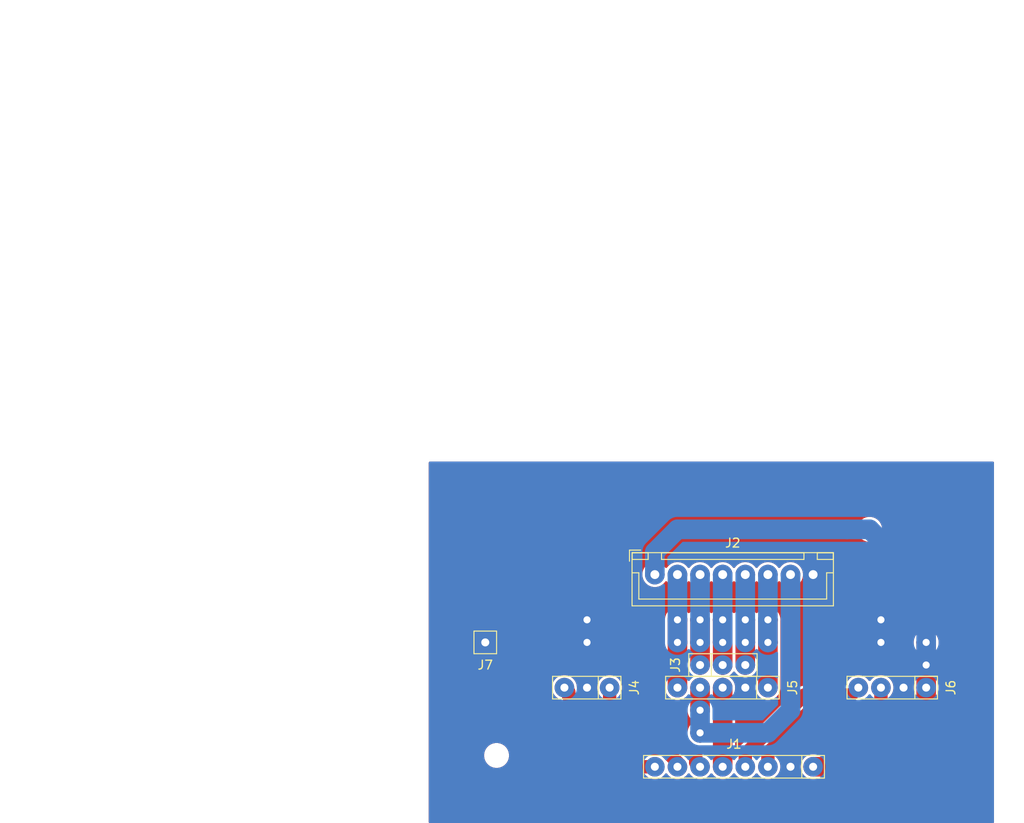
<source format=kicad_pcb>
(kicad_pcb (version 20171130) (host pcbnew "(5.1.6)-1")

  (general
    (thickness 1.6)
    (drawings 18)
    (tracks 83)
    (zones 0)
    (modules 7)
    (nets 15)
  )

  (page A4)
  (layers
    (0 F.Cu signal)
    (31 B.Cu signal)
    (32 B.Adhes user)
    (33 F.Adhes user)
    (34 B.Paste user)
    (35 F.Paste user)
    (36 B.SilkS user)
    (37 F.SilkS user)
    (38 B.Mask user)
    (39 F.Mask user)
    (40 Dwgs.User user)
    (41 Cmts.User user)
    (42 Eco1.User user)
    (43 Eco2.User user)
    (44 Edge.Cuts user)
    (45 Margin user)
    (46 B.CrtYd user)
    (47 F.CrtYd user)
    (48 B.Fab user)
    (49 F.Fab user)
  )

  (setup
    (last_trace_width 1.5)
    (user_trace_width 1)
    (user_trace_width 1.5)
    (user_trace_width 2)
    (user_trace_width 2.2)
    (trace_clearance 0.2)
    (zone_clearance 0.508)
    (zone_45_only no)
    (trace_min 0.2)
    (via_size 0.8)
    (via_drill 0.4)
    (via_min_size 0.4)
    (via_min_drill 0.3)
    (user_via 2.2 0.8)
    (uvia_size 0.3)
    (uvia_drill 0.1)
    (uvias_allowed no)
    (uvia_min_size 0.2)
    (uvia_min_drill 0.1)
    (edge_width 0.05)
    (segment_width 0.2)
    (pcb_text_width 0.3)
    (pcb_text_size 1.5 1.5)
    (mod_edge_width 0.12)
    (mod_text_size 1 1)
    (mod_text_width 0.15)
    (pad_size 1.524 1.524)
    (pad_drill 0.762)
    (pad_to_mask_clearance 0.05)
    (aux_axis_origin 0 0)
    (visible_elements FFFFFF7F)
    (pcbplotparams
      (layerselection 0x010fc_ffffffff)
      (usegerberextensions false)
      (usegerberattributes true)
      (usegerberadvancedattributes true)
      (creategerberjobfile true)
      (excludeedgelayer true)
      (linewidth 0.100000)
      (plotframeref false)
      (viasonmask false)
      (mode 1)
      (useauxorigin false)
      (hpglpennumber 1)
      (hpglpenspeed 20)
      (hpglpendiameter 15.000000)
      (psnegative false)
      (psa4output false)
      (plotreference true)
      (plotvalue true)
      (plotinvisibletext false)
      (padsonsilk false)
      (subtractmaskfromsilk false)
      (outputformat 1)
      (mirror false)
      (drillshape 1)
      (scaleselection 1)
      (outputdirectory ""))
  )

  (net 0 "")
  (net 1 +5V)
  (net 2 GND)
  (net 3 RPI_TX0)
  (net 4 RPI_RX0)
  (net 5 RPI_READY)
  (net 6 AUDIO_RX_ACTIVE)
  (net 7 AUDIO_TX_ACTIVE)
  (net 8 RPI_RUN)
  (net 9 DISPLAY_MOSI)
  (net 10 DISPLAY_CS)
  (net 11 DISPLAY_CD)
  (net 12 DISPLAY_MISO)
  (net 13 DISPLAY_SCLK)
  (net 14 TOUCH_CS)

  (net_class Default "This is the default net class."
    (clearance 0.2)
    (trace_width 0.25)
    (via_dia 0.8)
    (via_drill 0.4)
    (uvia_dia 0.3)
    (uvia_drill 0.1)
    (add_net +5V)
    (add_net AUDIO_RX_ACTIVE)
    (add_net AUDIO_TX_ACTIVE)
    (add_net DISPLAY_CD)
    (add_net DISPLAY_CS)
    (add_net DISPLAY_MISO)
    (add_net DISPLAY_MOSI)
    (add_net DISPLAY_SCLK)
    (add_net GND)
    (add_net RPI_READY)
    (add_net RPI_RUN)
    (add_net RPI_RX0)
    (add_net RPI_TX0)
    (add_net TOUCH_CS)
  )

  (module cnc3018-PCB:my8Pin (layer F.Cu) (tedit 64E3B304) (tstamp 661AB4D8)
    (at 33.76 6.64 180)
    (path /662C3EE5)
    (fp_text reference J1 (at 1.27 2.54) (layer F.SilkS)
      (effects (font (size 1 1) (thickness 0.15)))
    )
    (fp_text value Teensy3.2 (at 1.27 -2.54) (layer F.Fab)
      (effects (font (size 1 1) (thickness 0.15)))
    )
    (fp_line (start -6.35 -1.27) (end -6.35 1.27) (layer F.SilkS) (width 0.12))
    (fp_line (start -8.89 -1.27) (end -6.35 -1.27) (layer F.SilkS) (width 0.12))
    (fp_line (start 3.81 -1.27) (end -8.89 -1.27) (layer F.SilkS) (width 0.12))
    (fp_line (start -8.89 1.27) (end 3.81 1.27) (layer F.SilkS) (width 0.12))
    (fp_line (start -8.89 -1.27) (end -8.89 1.27) (layer F.SilkS) (width 0.12))
    (fp_line (start 3.81 -1.27) (end 11.43 -1.27) (layer F.SilkS) (width 0.12))
    (fp_line (start 11.43 -1.27) (end 11.43 1.27) (layer F.SilkS) (width 0.12))
    (fp_line (start 11.43 1.27) (end 3.81 1.27) (layer F.SilkS) (width 0.12))
    (pad 1 thru_hole circle (at -7.62 0 180) (size 2.2 2.2) (drill 0.9) (layers *.Cu *.Mask)
      (net 1 +5V))
    (pad 2 thru_hole circle (at -5.08 0 180) (size 2.2 2.2) (drill 0.9) (layers *.Cu *.Mask)
      (net 2 GND))
    (pad 3 thru_hole circle (at -2.54 0 180) (size 2.2 2.2) (drill 0.9) (layers *.Cu *.Mask)
      (net 3 RPI_TX0))
    (pad 4 thru_hole circle (at 0 0 180) (size 2.2 2.2) (drill 0.9) (layers *.Cu *.Mask)
      (net 4 RPI_RX0))
    (pad 5 thru_hole circle (at 2.54 0 180) (size 2.2 2.2) (drill 0.9) (layers *.Cu *.Mask)
      (net 5 RPI_READY))
    (pad 6 thru_hole circle (at 5.08 0 180) (size 2.2 2.2) (drill 0.9) (layers *.Cu *.Mask)
      (net 6 AUDIO_RX_ACTIVE))
    (pad 7 thru_hole circle (at 7.62 0 180) (size 2.2 2.2) (drill 0.9) (layers *.Cu *.Mask)
      (net 7 AUDIO_TX_ACTIVE))
    (pad 8 thru_hole circle (at 10.16 0 180) (size 2.2 2.2) (drill 0.9) (layers *.Cu *.Mask)
      (net 8 RPI_RUN))
  )

  (module 0_my_footprints:myJSTx08 (layer F.Cu) (tedit 63C19EB8) (tstamp 661AB507)
    (at 23.6 -14.95)
    (descr "JST XH series connector, B8B-XH-A (http://www.jst-mfg.com/product/pdf/eng/eXH.pdf), generated with kicad-footprint-generator")
    (tags "connector JST XH vertical")
    (path /661AFDC8)
    (fp_text reference J2 (at 8.75 -3.55) (layer F.SilkS)
      (effects (font (size 1 1) (thickness 0.15)))
    )
    (fp_text value Display (at 8.75 4.6) (layer F.Fab)
      (effects (font (size 1 1) (thickness 0.15)))
    )
    (fp_line (start -2.85 -2.75) (end -2.85 -1.5) (layer F.SilkS) (width 0.12))
    (fp_line (start -1.6 -2.75) (end -2.85 -2.75) (layer F.SilkS) (width 0.12))
    (fp_line (start 19.3 2.75) (end 8.75 2.75) (layer F.SilkS) (width 0.12))
    (fp_line (start 19.3 -0.2) (end 19.3 2.75) (layer F.SilkS) (width 0.12))
    (fp_line (start 20.05 -0.2) (end 19.3 -0.2) (layer F.SilkS) (width 0.12))
    (fp_line (start -1.8 2.75) (end 8.75 2.75) (layer F.SilkS) (width 0.12))
    (fp_line (start -1.8 -0.2) (end -1.8 2.75) (layer F.SilkS) (width 0.12))
    (fp_line (start -2.55 -0.2) (end -1.8 -0.2) (layer F.SilkS) (width 0.12))
    (fp_line (start 20.05 -2.45) (end 18.25 -2.45) (layer F.SilkS) (width 0.12))
    (fp_line (start 20.05 -1.7) (end 20.05 -2.45) (layer F.SilkS) (width 0.12))
    (fp_line (start 18.25 -1.7) (end 20.05 -1.7) (layer F.SilkS) (width 0.12))
    (fp_line (start 18.25 -2.45) (end 18.25 -1.7) (layer F.SilkS) (width 0.12))
    (fp_line (start -0.75 -2.45) (end -2.55 -2.45) (layer F.SilkS) (width 0.12))
    (fp_line (start -0.75 -1.7) (end -0.75 -2.45) (layer F.SilkS) (width 0.12))
    (fp_line (start -2.55 -1.7) (end -0.75 -1.7) (layer F.SilkS) (width 0.12))
    (fp_line (start -2.55 -2.45) (end -2.55 -1.7) (layer F.SilkS) (width 0.12))
    (fp_line (start 16.75 -2.45) (end 0.75 -2.45) (layer F.SilkS) (width 0.12))
    (fp_line (start 16.75 -1.7) (end 16.75 -2.45) (layer F.SilkS) (width 0.12))
    (fp_line (start 0.75 -1.7) (end 16.75 -1.7) (layer F.SilkS) (width 0.12))
    (fp_line (start 0.75 -2.45) (end 0.75 -1.7) (layer F.SilkS) (width 0.12))
    (fp_line (start 0 -1.35) (end 0.625 -2.35) (layer F.Fab) (width 0.1))
    (fp_line (start -0.625 -2.35) (end 0 -1.35) (layer F.Fab) (width 0.1))
    (fp_line (start 20.45 -2.85) (end -2.95 -2.85) (layer F.CrtYd) (width 0.05))
    (fp_line (start 20.45 3.9) (end 20.45 -2.85) (layer F.CrtYd) (width 0.05))
    (fp_line (start -2.95 3.9) (end 20.45 3.9) (layer F.CrtYd) (width 0.05))
    (fp_line (start -2.95 -2.85) (end -2.95 3.9) (layer F.CrtYd) (width 0.05))
    (fp_line (start 20.06 -2.46) (end -2.56 -2.46) (layer F.SilkS) (width 0.12))
    (fp_line (start 20.06 3.51) (end 20.06 -2.46) (layer F.SilkS) (width 0.12))
    (fp_line (start -2.56 3.51) (end 20.06 3.51) (layer F.SilkS) (width 0.12))
    (fp_line (start -2.56 -2.46) (end -2.56 3.51) (layer F.SilkS) (width 0.12))
    (fp_line (start 19.95 -2.35) (end -2.45 -2.35) (layer F.Fab) (width 0.1))
    (fp_line (start 19.95 3.4) (end 19.95 -2.35) (layer F.Fab) (width 0.1))
    (fp_line (start -2.45 3.4) (end 19.95 3.4) (layer F.Fab) (width 0.1))
    (fp_line (start -2.45 -2.35) (end -2.45 3.4) (layer F.Fab) (width 0.1))
    (fp_text user %R (at 8.75 2.7) (layer F.Fab)
      (effects (font (size 1 1) (thickness 0.15)))
    )
    (pad 1 thru_hole circle (at 0 0) (size 2.2 2.2) (drill 1) (layers *.Cu *.Mask)
      (net 1 +5V))
    (pad 2 thru_hole circle (at 2.54 0) (size 2.2 2.2) (drill 1) (layers *.Cu *.Mask)
      (net 14 TOUCH_CS))
    (pad 3 thru_hole circle (at 5.08 0) (size 2.2 2.2) (drill 1) (layers *.Cu *.Mask)
      (net 13 DISPLAY_SCLK))
    (pad 4 thru_hole circle (at 7.62 0) (size 2.2 2.2) (drill 1) (layers *.Cu *.Mask)
      (net 12 DISPLAY_MISO))
    (pad 5 thru_hole circle (at 10.16 0) (size 2.2 2.2) (drill 1) (layers *.Cu *.Mask)
      (net 9 DISPLAY_MOSI))
    (pad 6 thru_hole circle (at 12.7 0) (size 2.2 2.2) (drill 1) (layers *.Cu *.Mask)
      (net 11 DISPLAY_CD))
    (pad 7 thru_hole circle (at 15.24 0) (size 2.2 2.2) (drill 1) (layers *.Cu *.Mask)
      (net 10 DISPLAY_CS))
    (pad 8 thru_hole circle (at 17.78 0) (size 2.2 2.2) (drill 1) (layers *.Cu *.Mask)
      (net 2 GND))
    (model ${KISYS3DMOD}/Connector_JST.3dshapes/JST_XH_B8B-XH-A_1x08_P2.50mm_Vertical.wrl
      (at (xyz 0 0 0))
      (scale (xyz 1 1 1))
      (rotate (xyz 0 0 0))
    )
  )

  (module 0_my_footprints:invPinSocket_1x03 (layer F.Cu) (tedit 6615DF40) (tstamp 661AB513)
    (at 28.68 -4.79 90)
    (descr "8.4mm tall socket strip, 1x03, 2.54mm pitch, from kicad_pinsockets.pm")
    (tags "Through hole socket strip THT 1x03 2.54mm single row")
    (path /66163A35)
    (fp_text reference J3 (at 0 -2.77 90) (layer F.SilkS)
      (effects (font (size 1 1) (thickness 0.15)))
    )
    (fp_text value PI_3 (at 0 7.85 90) (layer F.Fab)
      (effects (font (size 1 1) (thickness 0.15)))
    )
    (fp_line (start -1.27 1.27) (end 1.27 1.27) (layer F.SilkS) (width 0.12))
    (fp_line (start -1.27 -1.27) (end 1.27 -1.27) (layer F.SilkS) (width 0.12))
    (fp_line (start -1.27 -1.27) (end -1.27 6.41) (layer F.SilkS) (width 0.12))
    (fp_line (start -1.27 6.41) (end 1.27 6.41) (layer F.SilkS) (width 0.12))
    (fp_line (start 1.27 -1.27) (end 1.27 6.41) (layer F.SilkS) (width 0.12))
    (pad 3 thru_hole circle (at 0 5.08 90) (size 2.2 2.2) (drill 0.9) (layers *.Cu *.Mask)
      (net 9 DISPLAY_MOSI))
    (pad 2 thru_hole circle (at 0 2.54 90) (size 2.2 2.2) (drill 0.9) (layers *.Cu *.Mask)
      (net 12 DISPLAY_MISO))
    (pad 1 thru_hole circle (at 0 0 90) (size 2.2 2.2) (drill 0.9) (layers *.Cu *.Mask)
      (net 13 DISPLAY_SCLK))
    (model ${MY_KICAD_LIBRARIES}/my_3d_files/pinSockets/myPinSocket_1x03.step
      (offset (xyz 0 -5.08 -1.6))
      (scale (xyz 1 1 1))
      (rotate (xyz 180 0 0))
    )
  )

  (module 0_my_footprints:invPinSocket_1x03 (layer F.Cu) (tedit 6615DF40) (tstamp 661AB51F)
    (at 18.52 -2.25 270)
    (descr "8.4mm tall socket strip, 1x03, 2.54mm pitch, from kicad_pinsockets.pm")
    (tags "Through hole socket strip THT 1x03 2.54mm single row")
    (path /6615D6DC)
    (fp_text reference J4 (at 0 -2.77 90) (layer F.SilkS)
      (effects (font (size 1 1) (thickness 0.15)))
    )
    (fp_text value PI_2 (at 0 7.85 90) (layer F.Fab)
      (effects (font (size 1 1) (thickness 0.15)))
    )
    (fp_line (start 1.27 -1.27) (end 1.27 6.41) (layer F.SilkS) (width 0.12))
    (fp_line (start -1.27 6.41) (end 1.27 6.41) (layer F.SilkS) (width 0.12))
    (fp_line (start -1.27 -1.27) (end -1.27 6.41) (layer F.SilkS) (width 0.12))
    (fp_line (start -1.27 -1.27) (end 1.27 -1.27) (layer F.SilkS) (width 0.12))
    (fp_line (start -1.27 1.27) (end 1.27 1.27) (layer F.SilkS) (width 0.12))
    (pad 1 thru_hole circle (at 0 0 270) (size 2.2 2.2) (drill 0.9) (layers *.Cu *.Mask)
      (net 6 AUDIO_RX_ACTIVE))
    (pad 2 thru_hole circle (at 0 2.54 270) (size 2.2 2.2) (drill 0.9) (layers *.Cu *.Mask)
      (net 2 GND))
    (pad 3 thru_hole circle (at 0 5.08 270) (size 2.2 2.2) (drill 0.9) (layers *.Cu *.Mask)
      (net 7 AUDIO_TX_ACTIVE))
    (model ${MY_KICAD_LIBRARIES}/my_3d_files/pinSockets/myPinSocket_1x03.step
      (offset (xyz 0 -5.08 -1.6))
      (scale (xyz 1 1 1))
      (rotate (xyz 180 0 0))
    )
  )

  (module 0_my_footprints:invPinSocket_1x5 (layer F.Cu) (tedit 661AB15F) (tstamp 661AB52D)
    (at 36.3 -2.25 270)
    (descr "8.4mm tall socket strip, 1x05, 2.54mm pitch, from kicad_pinsockets.pm")
    (tags "Through hole socket strip THT 1x05 2.54mm single row")
    (path /661BB80B)
    (fp_text reference J5 (at 0 -2.77 90) (layer F.SilkS)
      (effects (font (size 1 1) (thickness 0.15)))
    )
    (fp_text value PI_1 (at 0 12.93 90) (layer F.Fab)
      (effects (font (size 1 1) (thickness 0.15)))
    )
    (fp_line (start -1.27 -1.27) (end 1.27 -1.27) (layer F.SilkS) (width 0.12))
    (fp_line (start -1.27 -1.27) (end -1.27 11.49) (layer F.SilkS) (width 0.12))
    (fp_line (start -1.27 11.49) (end 1.27 11.49) (layer F.SilkS) (width 0.12))
    (fp_line (start 1.27 -1.27) (end 1.27 11.49) (layer F.SilkS) (width 0.12))
    (fp_line (start -1.27 1.27) (end 1.27 1.27) (layer F.SilkS) (width 0.12))
    (pad 1 thru_hole circle (at 0 0 270) (size 2.2 2.2) (drill 0.9) (layers *.Cu *.Mask)
      (net 11 DISPLAY_CD))
    (pad 2 thru_hole circle (at 0 2.54 270) (size 2.2 2.2) (drill 0.9) (layers *.Cu *.Mask)
      (net 2 GND))
    (pad 3 thru_hole circle (at 0 5.08 270) (size 2.2 2.2) (drill 0.9) (layers *.Cu *.Mask)
      (net 5 RPI_READY))
    (pad 4 thru_hole circle (at 0 7.62 270) (size 2.2 2.2) (drill 0.9) (layers *.Cu *.Mask)
      (net 10 DISPLAY_CS))
    (pad 5 thru_hole circle (at 0 10.16 270) (size 2.2 2.2) (drill 0.9) (layers *.Cu *.Mask)
      (net 14 TOUCH_CS))
    (model ${MY_KICAD_LIBRARIES}/my_3d_files/pinSockets/myPinSocket_1x05.step
      (offset (xyz 0 0 -1.6))
      (scale (xyz 1 1 1))
      (rotate (xyz 0 180 0))
    )
  )

  (module 0_my_footprints:invPinSocket_1x04 (layer F.Cu) (tedit 6615DFDF) (tstamp 661AB53B)
    (at 54.08 -2.25 270)
    (descr "8.4mm tall socket strip, 1x04, 2.54mm pitch, from kicad_pinsockets.pm")
    (tags "Through hole socket strip THT 1x04 2.54mm single row")
    (path /66159DC7)
    (fp_text reference J6 (at 0 -2.77 90) (layer F.SilkS)
      (effects (font (size 1 1) (thickness 0.15)))
    )
    (fp_text value PI_0 (at 0 10.39 90) (layer F.Fab)
      (effects (font (size 1 1) (thickness 0.15)))
    )
    (fp_line (start -1.27 -1.27) (end -1.27 8.89) (layer F.SilkS) (width 0.12))
    (fp_line (start -1.27 8.89) (end 1.27 8.89) (layer F.SilkS) (width 0.12))
    (fp_line (start 1.27 8.89) (end 1.27 -1.27) (layer F.SilkS) (width 0.12))
    (fp_line (start 1.27 -1.27) (end -1.27 -1.27) (layer F.SilkS) (width 0.12))
    (fp_line (start -1.27 -1.27) (end -1.27 1.27) (layer F.SilkS) (width 0.12))
    (fp_line (start -1.27 1.27) (end 1.27 1.27) (layer F.SilkS) (width 0.12))
    (pad 1 thru_hole circle (at 0 0 270) (size 2.2 2.2) (drill 0.9) (layers *.Cu *.Mask)
      (net 1 +5V))
    (pad 2 thru_hole circle (at 0 2.54 270) (size 2.2 2.2) (drill 0.9) (layers *.Cu *.Mask)
      (net 2 GND))
    (pad 3 thru_hole circle (at 0 5.08 270) (size 2.2 2.2) (drill 0.9) (layers *.Cu *.Mask)
      (net 3 RPI_TX0))
    (pad 4 thru_hole circle (at 0 7.62 270) (size 2.2 2.2) (drill 0.9) (layers *.Cu *.Mask)
      (net 4 RPI_RX0))
    (model ${MY_KICAD_LIBRARIES}/my_3d_files/pinSockets/myPinSocket_1x04.step
      (offset (xyz 0 0 -1.6))
      (scale (xyz 1 1 1))
      (rotate (xyz 0 180 0))
    )
  )

  (module cnc3018-PCB:my1pin (layer F.Cu) (tedit 64E3B25A) (tstamp 661AB544)
    (at 4.55 -7.33)
    (path /662BD669)
    (fp_text reference J7 (at 0 2.54) (layer F.SilkS)
      (effects (font (size 1 1) (thickness 0.15)))
    )
    (fp_text value PI_RUN (at 0 -2.54) (layer F.Fab)
      (effects (font (size 1 1) (thickness 0.15)))
    )
    (fp_line (start -1.27 -1.27) (end 1.27 -1.27) (layer F.SilkS) (width 0.12))
    (fp_line (start -1.27 -1.27) (end -1.27 1.27) (layer F.SilkS) (width 0.12))
    (fp_line (start -1.27 1.27) (end 1.27 1.27) (layer F.SilkS) (width 0.12))
    (fp_line (start 1.27 1.27) (end 1.27 -1.27) (layer F.SilkS) (width 0.12))
    (pad 1 thru_hole circle (at 0 0) (size 2.2 2.2) (drill 0.9) (layers *.Cu *.Mask)
      (net 8 RPI_RUN))
  )

  (dimension 29 (width 0.15) (layer Dwgs.User)
    (gr_text "29.000 mm" (at 18 9.8) (layer Dwgs.User)
      (effects (font (size 1 1) (thickness 0.15)))
    )
    (feature1 (pts (xy 32.5 -3.5) (xy 32.5 9.086421)))
    (feature2 (pts (xy 3.5 -3.5) (xy 3.5 9.086421)))
    (crossbar (pts (xy 3.5 8.5) (xy 32.5 8.5)))
    (arrow1a (pts (xy 32.5 8.5) (xy 31.373496 9.086421)))
    (arrow1b (pts (xy 32.5 8.5) (xy 31.373496 7.913579)))
    (arrow2a (pts (xy 3.5 8.5) (xy 4.626504 9.086421)))
    (arrow2b (pts (xy 3.5 8.5) (xy 4.626504 7.913579)))
  )
  (gr_circle (center 32.49 -3.52) (end 33.76 -2.25) (layer Dwgs.User) (width 0.15))
  (gr_circle (center 8.36 -4.79) (end 8.36 -3.52) (layer Dwgs.User) (width 0.15) (tstamp 661AC135))
  (gr_circle (center 8.36 -2.25) (end 8.36 -0.98) (layer Dwgs.User) (width 0.15))
  (gr_circle (center 10.9 -2.25) (end 10.9 -0.98) (layer Dwgs.User) (width 0.15))
  (dimension 44.8 (width 0.15) (layer Cmts.User)
    (gr_text "44.800 mm" (at -26.6 -33.6 270) (layer Cmts.User)
      (effects (font (size 1 1) (thickness 0.15)))
    )
    (feature1 (pts (xy 0 -11.2) (xy -25.886421 -11.2)))
    (feature2 (pts (xy 0 -56) (xy -25.886421 -56)))
    (crossbar (pts (xy -25.3 -56) (xy -25.3 -11.2)))
    (arrow1a (pts (xy -25.3 -11.2) (xy -25.886421 -12.326504)))
    (arrow1b (pts (xy -25.3 -11.2) (xy -24.713579 -12.326504)))
    (arrow2a (pts (xy -25.3 -56) (xy -25.886421 -54.873496)))
    (arrow2b (pts (xy -25.3 -56) (xy -24.713579 -54.873496)))
  )
  (dimension 56 (width 0.15) (layer Dwgs.User)
    (gr_text "56.000 mm" (at -46.3 -28 270) (layer Dwgs.User)
      (effects (font (size 1 1) (thickness 0.15)))
    )
    (feature1 (pts (xy 0 0) (xy -45.586421 0)))
    (feature2 (pts (xy 0 -56) (xy -45.586421 -56)))
    (crossbar (pts (xy -45 -56) (xy -45 0)))
    (arrow1a (pts (xy -45 0) (xy -45.586421 -1.126504)))
    (arrow1b (pts (xy -45 0) (xy -44.413579 -1.126504)))
    (arrow2a (pts (xy -45 -56) (xy -45.586421 -54.873496)))
    (arrow2b (pts (xy -45 -56) (xy -44.413579 -54.873496)))
  )
  (dimension 49 (width 0.15) (layer Dwgs.User)
    (gr_text "49.000 mm" (at -34.8 -28 270) (layer Dwgs.User)
      (effects (font (size 1 1) (thickness 0.15)))
    )
    (feature1 (pts (xy 3.5 -3.5) (xy -34.086421 -3.5)))
    (feature2 (pts (xy 3.5 -52.5) (xy -34.086421 -52.5)))
    (crossbar (pts (xy -33.5 -52.5) (xy -33.5 -3.5)))
    (arrow1a (pts (xy -33.5 -3.5) (xy -34.086421 -4.626504)))
    (arrow1b (pts (xy -33.5 -3.5) (xy -32.913579 -4.626504)))
    (arrow2a (pts (xy -33.5 -52.5) (xy -34.086421 -51.373496)))
    (arrow2b (pts (xy -33.5 -52.5) (xy -32.913579 -51.373496)))
  )
  (dimension 65 (width 0.15) (layer Dwgs.User)
    (gr_text "65.000 mm" (at 32.5 -78.8) (layer Dwgs.User)
      (effects (font (size 1 1) (thickness 0.15)))
    )
    (feature1 (pts (xy 65 -56) (xy 65 -78.086421)))
    (feature2 (pts (xy 0 -56) (xy 0 -78.086421)))
    (crossbar (pts (xy 0 -77.5) (xy 65 -77.5)))
    (arrow1a (pts (xy 65 -77.5) (xy 63.873496 -76.913579)))
    (arrow1b (pts (xy 65 -77.5) (xy 63.873496 -78.086421)))
    (arrow2a (pts (xy 0 -77.5) (xy 1.126504 -76.913579)))
    (arrow2b (pts (xy 0 -77.5) (xy 1.126504 -78.086421)))
  )
  (dimension 58 (width 0.15) (layer Dwgs.User)
    (gr_text "58.000 mm" (at 32.5 -71.3) (layer Dwgs.User)
      (effects (font (size 1 1) (thickness 0.15)))
    )
    (feature1 (pts (xy 61.5 -52.5) (xy 61.5 -70.586421)))
    (feature2 (pts (xy 3.5 -52.5) (xy 3.5 -70.586421)))
    (crossbar (pts (xy 3.5 -70) (xy 61.5 -70)))
    (arrow1a (pts (xy 61.5 -70) (xy 60.373496 -69.413579)))
    (arrow1b (pts (xy 61.5 -70) (xy 60.373496 -70.586421)))
    (arrow2a (pts (xy 3.5 -70) (xy 4.626504 -69.413579)))
    (arrow2b (pts (xy 3.5 -70) (xy 4.626504 -70.586421)))
  )
  (gr_circle (center 61.5 -52.5) (end 63 -52.5) (layer Dwgs.User) (width 0.15) (tstamp 661ABEC8))
  (gr_circle (center 61.5 -3.5) (end 63 -3.5) (layer Dwgs.User) (width 0.15) (tstamp 661ABEC8))
  (gr_circle (center 3.5 -52.5) (end 5 -52.5) (layer Dwgs.User) (width 0.15) (tstamp 661ABEC8))
  (gr_circle (center 3.5 -3.5) (end 5 -3.5) (layer Dwgs.User) (width 0.15))
  (gr_line (start 0 -56) (end 0 0) (layer Dwgs.User) (width 0.15) (tstamp 661ABE44))
  (gr_line (start 65 -56) (end 0 -56) (layer Dwgs.User) (width 0.15))
  (gr_line (start 65 0) (end 65 -56) (layer Dwgs.User) (width 0.15))
  (gr_line (start 0 0) (end 65 0) (layer Dwgs.User) (width 0.15))

  (segment (start 23.6 -14.95) (end 23.6 -17.49) (width 2.2) (layer B.Cu) (net 1))
  (segment (start 23.6 -17.49) (end 26.14 -20.03) (width 2.2) (layer B.Cu) (net 1))
  (segment (start 54.08 -2.25) (end 54.08 -7.33) (width 2.2) (layer F.Cu) (net 1))
  (segment (start 54.08 -7.33) (end 54.08 -7.33) (width 2.2) (layer F.Cu) (net 1) (tstamp 661AB8D5))
  (via (at 54.08 -7.33) (size 2.2) (drill 0.8) (layers F.Cu B.Cu) (net 1))
  (segment (start 41.38 6.64) (end 51.54 6.64) (width 2.2) (layer F.Cu) (net 1))
  (segment (start 51.54 6.64) (end 54.08 4.1) (width 2.2) (layer F.Cu) (net 1))
  (segment (start 54.08 4.1) (end 54.08 -2.25) (width 2.2) (layer F.Cu) (net 1))
  (segment (start 26.14 -20.03) (end 45.19 -20.03) (width 2.2) (layer B.Cu) (net 1))
  (segment (start 45.19 -20.03) (end 47.73 -20.03) (width 2.2) (layer B.Cu) (net 1))
  (segment (start 47.73 -20.03) (end 54.08 -13.68) (width 2.2) (layer B.Cu) (net 1))
  (segment (start 54.08 -13.68) (end 54.08 -4.79) (width 2.2) (layer B.Cu) (net 1))
  (segment (start 54.08 -4.79) (end 54.08 -4.79) (width 2.2) (layer B.Cu) (net 1) (tstamp 661ABAC9))
  (via (at 54.08 -4.79) (size 2.2) (drill 0.8) (layers F.Cu B.Cu) (net 1))
  (via (at 49 -7.33) (size 2.2) (drill 0.8) (layers F.Cu B.Cu) (net 2))
  (via (at 49 -9.87) (size 2.2) (drill 0.8) (layers F.Cu B.Cu) (net 2))
  (via (at 15.98 -9.87) (size 2.2) (drill 0.8) (layers F.Cu B.Cu) (net 2))
  (via (at 15.98 -7.33) (size 2.2) (drill 0.8) (layers F.Cu B.Cu) (net 2))
  (segment (start 49 -1.755998) (end 49 -2.25) (width 1.5) (layer F.Cu) (net 3))
  (segment (start 36.3 5.084366) (end 41.094366 0.29) (width 1.5) (layer F.Cu) (net 3))
  (segment (start 36.3 6.64) (end 36.3 5.084366) (width 1.5) (layer F.Cu) (net 3))
  (segment (start 48.015634 0.29) (end 49 -0.694366) (width 1.5) (layer F.Cu) (net 3))
  (segment (start 41.094366 0.29) (end 48.015634 0.29) (width 1.5) (layer F.Cu) (net 3))
  (segment (start 49 -0.694366) (end 49 -2.25) (width 1.5) (layer F.Cu) (net 3))
  (segment (start 46.46 -2.25) (end 45.62001 -1.41001) (width 1.5) (layer F.Cu) (net 4))
  (segment (start 40.390199 -1.41001) (end 33.76 5.220189) (width 1.5) (layer F.Cu) (net 4))
  (segment (start 45.62001 -1.41001) (end 40.390199 -1.41001) (width 1.5) (layer F.Cu) (net 4))
  (segment (start 33.76 5.220189) (end 33.76 6.64) (width 1.5) (layer F.Cu) (net 4))
  (segment (start 31.22 -2.25) (end 31.22 6.64) (width 2.2) (layer F.Cu) (net 5))
  (segment (start 28.68 6.64) (end 28.190001 6.150001) (width 1.5) (layer F.Cu) (net 6))
  (segment (start 28.190001 5.374003) (end 25.645998 2.83) (width 1.5) (layer F.Cu) (net 6))
  (segment (start 28.190001 6.150001) (end 28.190001 5.374003) (width 1.5) (layer F.Cu) (net 6))
  (segment (start 25.645998 2.83) (end 20.430174 2.83) (width 1.5) (layer F.Cu) (net 6))
  (segment (start 20.430174 2.83) (end 18.52 0.919826) (width 1.5) (layer F.Cu) (net 6))
  (segment (start 18.52 0.919826) (end 18.52 -2.25) (width 1.5) (layer F.Cu) (net 6))
  (segment (start 24.584001 4.589999) (end 26.14 6.145998) (width 1.5) (layer F.Cu) (net 7))
  (segment (start 19.785997 4.589999) (end 24.584001 4.589999) (width 1.5) (layer F.Cu) (net 7))
  (segment (start 13.929999 -1.265999) (end 19.785997 4.589999) (width 1.5) (layer F.Cu) (net 7))
  (segment (start 13.44 -2.25) (end 13.929999 -1.760001) (width 1.5) (layer F.Cu) (net 7))
  (segment (start 13.929999 -1.760001) (end 13.929999 -1.265999) (width 1.5) (layer F.Cu) (net 7))
  (segment (start 26.14 6.145998) (end 26.14 6.64) (width 1.5) (layer F.Cu) (net 7))
  (segment (start 19.295998 6.64) (end 5.82 -6.835998) (width 1.5) (layer F.Cu) (net 8))
  (segment (start 23.6 6.64) (end 19.295998 6.64) (width 1.5) (layer F.Cu) (net 8))
  (segment (start 5.82 -6.835998) (end 5.044002 -6.835998) (width 1.5) (layer F.Cu) (net 8))
  (segment (start 5.044002 -6.835998) (end 4.55 -7.33) (width 1.5) (layer F.Cu) (net 8))
  (segment (start 33.76 -4.79) (end 33.76 -7.33) (width 2.2) (layer F.Cu) (net 9))
  (segment (start 33.76 -9.87) (end 33.76 -9.87) (width 2.2) (layer F.Cu) (net 9) (tstamp 661ABA7F))
  (via (at 33.76 -9.87) (size 2.2) (drill 0.8) (layers F.Cu B.Cu) (net 9))
  (segment (start 33.76 -7.33) (end 33.76 -9.87) (width 2.2) (layer F.Cu) (net 9) (tstamp 661ABA81))
  (via (at 33.76 -7.33) (size 2.2) (drill 0.8) (layers F.Cu B.Cu) (net 9))
  (segment (start 33.76 -14.95) (end 33.76 -7.33) (width 2.2) (layer B.Cu) (net 9))
  (segment (start 28.68 -2.25) (end 28.68 0.29) (width 2.2) (layer F.Cu) (net 10))
  (segment (start 28.68 2.83) (end 28.68 2.83) (width 2.2) (layer F.Cu) (net 10) (tstamp 661ABA78))
  (via (at 28.68 2.83) (size 2.2) (drill 0.8) (layers F.Cu B.Cu) (net 10))
  (via (at 28.68 0.29) (size 2.2) (drill 0.8) (layers F.Cu B.Cu) (net 10))
  (segment (start 38.84 -14.95) (end 38.84 0.29) (width 2.2) (layer B.Cu) (net 10))
  (segment (start 38.84 0.29) (end 36.3 2.83) (width 2.2) (layer B.Cu) (net 10))
  (segment (start 36.3 2.83) (end 28.68 2.83) (width 2.2) (layer B.Cu) (net 10))
  (segment (start 28.68 0.29) (end 28.68 2.83) (width 2.2) (layer B.Cu) (net 10))
  (segment (start 36.3 -2.25) (end 36.3 -7.33) (width 2.2) (layer F.Cu) (net 11))
  (segment (start 36.3 -9.87) (end 36.3 -9.87) (width 2.2) (layer F.Cu) (net 11) (tstamp 661ABA7D))
  (via (at 36.3 -9.87) (size 2.2) (drill 0.8) (layers F.Cu B.Cu) (net 11))
  (segment (start 36.3 -7.33) (end 36.3 -9.87) (width 2.2) (layer F.Cu) (net 11) (tstamp 661ABA83))
  (via (at 36.3 -7.33) (size 2.2) (drill 0.8) (layers F.Cu B.Cu) (net 11))
  (segment (start 36.3 -14.95) (end 36.3 -7.33) (width 2.2) (layer B.Cu) (net 11))
  (segment (start 31.22 -4.79) (end 31.22 -7.33) (width 2.2) (layer F.Cu) (net 12))
  (segment (start 31.22 -9.87) (end 31.22 -9.87) (width 2.2) (layer F.Cu) (net 12) (tstamp 661AB922))
  (via (at 31.22 -9.87) (size 2.2) (drill 0.8) (layers F.Cu B.Cu) (net 12))
  (segment (start 31.22 -7.33) (end 31.22 -9.87) (width 2.2) (layer F.Cu) (net 12) (tstamp 661AB924))
  (via (at 31.22 -7.33) (size 2.2) (drill 0.8) (layers F.Cu B.Cu) (net 12))
  (segment (start 31.22 -14.95) (end 31.22 -7.46999) (width 2.2) (layer B.Cu) (net 12))
  (segment (start 28.68 -4.79) (end 28.68 -7.33) (width 2.2) (layer F.Cu) (net 13))
  (segment (start 28.68 -9.87) (end 28.68 -9.87) (width 2.2) (layer F.Cu) (net 13) (tstamp 661AB91E))
  (via (at 28.68 -9.87) (size 2.2) (drill 0.8) (layers F.Cu B.Cu) (net 13))
  (segment (start 28.68 -7.33) (end 28.68 -9.87) (width 2.2) (layer F.Cu) (net 13) (tstamp 661AB920))
  (via (at 28.68 -7.33) (size 2.2) (drill 0.8) (layers F.Cu B.Cu) (net 13))
  (segment (start 28.68 -14.95) (end 28.68 -7.33) (width 2.2) (layer B.Cu) (net 13))
  (segment (start 26.14 -2.25) (end 26.14 -7.33) (width 2.2) (layer F.Cu) (net 14))
  (segment (start 26.14 -9.87) (end 26.14 -9.87) (width 2.2) (layer F.Cu) (net 14) (tstamp 661AB91A))
  (via (at 26.14 -9.87) (size 2.2) (drill 0.8) (layers F.Cu B.Cu) (net 14))
  (segment (start 26.14 -7.33) (end 26.14 -9.87) (width 2.2) (layer F.Cu) (net 14) (tstamp 661AB91C))
  (via (at 26.14 -7.33) (size 2.2) (drill 0.8) (layers F.Cu B.Cu) (net 14))
  (segment (start 26.14 -14.95) (end 26.14 -7.33) (width 2.2) (layer B.Cu) (net 14))

  (zone (net 2) (net_name GND) (layer F.Cu) (tstamp 0) (hatch edge 0.508)
    (connect_pads yes (clearance 0.3))
    (min_thickness 0.3)
    (fill yes (arc_segments 32) (thermal_gap 0.508) (thermal_bridge_width 0.508))
    (polygon
      (pts
        (xy 61.7 12.99) (xy -1.8 12.99) (xy -1.8 -27.65) (xy 61.7 -27.65)
      )
    )
    (filled_polygon
      (pts
        (xy 61.55 12.84) (xy -1.65 12.84) (xy -1.65 5.217338) (xy 4.27 5.217338) (xy 4.27 5.522662)
        (xy 4.329565 5.822118) (xy 4.446408 6.1042) (xy 4.616036 6.358068) (xy 4.831932 6.573964) (xy 5.0858 6.743592)
        (xy 5.367882 6.860435) (xy 5.667338 6.92) (xy 5.972662 6.92) (xy 6.272118 6.860435) (xy 6.5542 6.743592)
        (xy 6.808068 6.573964) (xy 7.023964 6.358068) (xy 7.193592 6.1042) (xy 7.310435 5.822118) (xy 7.37 5.522662)
        (xy 7.37 5.217338) (xy 7.310435 4.917882) (xy 7.193592 4.6358) (xy 7.023964 4.381932) (xy 6.808068 4.166036)
        (xy 6.5542 3.996408) (xy 6.272118 3.879565) (xy 5.972662 3.82) (xy 5.667338 3.82) (xy 5.367882 3.879565)
        (xy 5.0858 3.996408) (xy 4.831932 4.166036) (xy 4.616036 4.381932) (xy 4.446408 4.6358) (xy 4.329565 4.917882)
        (xy 4.27 5.217338) (xy -1.65 5.217338) (xy -1.65 -2.402662) (xy 11.89 -2.402662) (xy 11.89 -2.097338)
        (xy 11.949565 -1.797882) (xy 12.066408 -1.5158) (xy 12.236036 -1.261932) (xy 12.451932 -1.046036) (xy 12.7058 -0.876408)
        (xy 12.806886 -0.834537) (xy 12.81598 -0.804557) (xy 12.850433 -0.7401) (xy 12.927408 -0.596089) (xy 12.990019 -0.519798)
        (xy 13.077366 -0.413365) (xy 13.123154 -0.375788) (xy 18.895784 5.396843) (xy 18.933363 5.442633) (xy 19.116087 5.59259)
        (xy 19.324555 5.704018) (xy 19.550756 5.772636) (xy 19.727047 5.789999) (xy 19.72705 5.789999) (xy 19.785997 5.795805)
        (xy 19.844944 5.789999) (xy 22.303783 5.789999) (xy 22.226408 5.9058) (xy 22.109565 6.187882) (xy 22.05 6.487338)
        (xy 22.05 6.792662) (xy 22.109565 7.092118) (xy 22.226408 7.3742) (xy 22.396036 7.628068) (xy 22.611932 7.843964)
        (xy 22.8658 8.013592) (xy 23.147882 8.130435) (xy 23.447338 8.19) (xy 23.752662 8.19) (xy 24.052118 8.130435)
        (xy 24.3342 8.013592) (xy 24.588068 7.843964) (xy 24.803964 7.628068) (xy 24.87 7.529237) (xy 24.936036 7.628068)
        (xy 25.151932 7.843964) (xy 25.4058 8.013592) (xy 25.687882 8.130435) (xy 25.987338 8.19) (xy 26.292662 8.19)
        (xy 26.592118 8.130435) (xy 26.8742 8.013592) (xy 27.128068 7.843964) (xy 27.343964 7.628068) (xy 27.41 7.529237)
        (xy 27.476036 7.628068) (xy 27.691932 7.843964) (xy 27.9458 8.013592) (xy 28.227882 8.130435) (xy 28.527338 8.19)
        (xy 28.832662 8.19) (xy 29.132118 8.130435) (xy 29.4142 8.013592) (xy 29.668068 7.843964) (xy 29.883964 7.628068)
        (xy 29.947591 7.532842) (xy 29.973515 7.56443) (xy 30.016036 7.628068) (xy 30.070157 7.682189) (xy 30.118683 7.741318)
        (xy 30.177812 7.789844) (xy 30.231932 7.843964) (xy 30.295569 7.886484) (xy 30.354701 7.935013) (xy 30.422168 7.971075)
        (xy 30.4858 8.013592) (xy 30.556505 8.042879) (xy 30.623972 8.078941) (xy 30.697175 8.101147) (xy 30.767882 8.130435)
        (xy 30.842943 8.145365) (xy 30.916148 8.167572) (xy 30.992282 8.175071) (xy 31.067338 8.19) (xy 31.143862 8.19)
        (xy 31.22 8.197499) (xy 31.296138 8.19) (xy 31.372662 8.19) (xy 31.447717 8.175071) (xy 31.523853 8.167572)
        (xy 31.59706 8.145365) (xy 31.672118 8.130435) (xy 31.742822 8.101148) (xy 31.816029 8.078941) (xy 31.8835 8.042877)
        (xy 31.9542 8.013592) (xy 32.017828 7.971078) (xy 32.0853 7.935013) (xy 32.144437 7.886481) (xy 32.208068 7.843964)
        (xy 32.262184 7.789848) (xy 32.321318 7.741318) (xy 32.369848 7.682184) (xy 32.423964 7.628068) (xy 32.466481 7.564437)
        (xy 32.492409 7.532843) (xy 32.556036 7.628068) (xy 32.771932 7.843964) (xy 33.0258 8.013592) (xy 33.307882 8.130435)
        (xy 33.607338 8.19) (xy 33.912662 8.19) (xy 34.212118 8.130435) (xy 34.4942 8.013592) (xy 34.748068 7.843964)
        (xy 34.963964 7.628068) (xy 35.03 7.529237) (xy 35.096036 7.628068) (xy 35.311932 7.843964) (xy 35.5658 8.013592)
        (xy 35.847882 8.130435) (xy 36.147338 8.19) (xy 36.452662 8.19) (xy 36.752118 8.130435) (xy 37.0342 8.013592)
        (xy 37.288068 7.843964) (xy 37.503964 7.628068) (xy 37.673592 7.3742) (xy 37.790435 7.092118) (xy 37.85 6.792662)
        (xy 37.85 6.64) (xy 39.822501 6.64) (xy 39.83 6.716138) (xy 39.83 6.792662) (xy 39.844929 6.867717)
        (xy 39.852428 6.943853) (xy 39.874635 7.01706) (xy 39.889565 7.092118) (xy 39.918852 7.162822) (xy 39.941059 7.236029)
        (xy 39.977123 7.3035) (xy 40.006408 7.3742) (xy 40.048922 7.437828) (xy 40.084987 7.5053) (xy 40.133519 7.564437)
        (xy 40.176036 7.628068) (xy 40.230152 7.682184) (xy 40.278682 7.741318) (xy 40.337816 7.789848) (xy 40.391932 7.843964)
        (xy 40.455563 7.886481) (xy 40.5147 7.935013) (xy 40.582172 7.971078) (xy 40.6458 8.013592) (xy 40.7165 8.042877)
        (xy 40.783971 8.078941) (xy 40.857178 8.101148) (xy 40.927882 8.130435) (xy 41.00294 8.145365) (xy 41.076147 8.167572)
        (xy 41.152283 8.175071) (xy 41.227338 8.19) (xy 51.463872 8.19) (xy 51.54 8.197498) (xy 51.616128 8.19)
        (xy 51.616138 8.19) (xy 51.843853 8.167572) (xy 52.136029 8.078941) (xy 52.4053 7.935013) (xy 52.641318 7.741318)
        (xy 52.689857 7.682173) (xy 55.122179 5.249852) (xy 55.181318 5.201318) (xy 55.375013 4.9653) (xy 55.518941 4.696029)
        (xy 55.607572 4.403853) (xy 55.63 4.176138) (xy 55.63 4.176129) (xy 55.637498 4.100001) (xy 55.63 4.023873)
        (xy 55.63 -7.253863) (xy 55.637499 -7.33) (xy 55.63 -7.406138) (xy 55.63 -7.482662) (xy 55.615071 -7.557717)
        (xy 55.607572 -7.633853) (xy 55.585365 -7.70706) (xy 55.570435 -7.782118) (xy 55.541148 -7.852822) (xy 55.518941 -7.926029)
        (xy 55.482877 -7.9935) (xy 55.453592 -8.0642) (xy 55.411078 -8.127828) (xy 55.375013 -8.1953) (xy 55.326481 -8.254437)
        (xy 55.283964 -8.318068) (xy 55.229848 -8.372184) (xy 55.181318 -8.431318) (xy 55.122184 -8.479848) (xy 55.068068 -8.533964)
        (xy 55.004437 -8.576481) (xy 54.9453 -8.625013) (xy 54.877828 -8.661078) (xy 54.8142 -8.703592) (xy 54.7435 -8.732877)
        (xy 54.676029 -8.768941) (xy 54.602822 -8.791148) (xy 54.532118 -8.820435) (xy 54.45706 -8.835365) (xy 54.383853 -8.857572)
        (xy 54.307717 -8.865071) (xy 54.232662 -8.88) (xy 54.156138 -8.88) (xy 54.08 -8.887499) (xy 54.003862 -8.88)
        (xy 53.927338 -8.88) (xy 53.852283 -8.865071) (xy 53.776147 -8.857572) (xy 53.70294 -8.835365) (xy 53.627882 -8.820435)
        (xy 53.557178 -8.791148) (xy 53.483971 -8.768941) (xy 53.4165 -8.732877) (xy 53.3458 -8.703592) (xy 53.282172 -8.661078)
        (xy 53.2147 -8.625013) (xy 53.155563 -8.576481) (xy 53.091932 -8.533964) (xy 53.037816 -8.479848) (xy 52.978682 -8.431318)
        (xy 52.930152 -8.372184) (xy 52.876036 -8.318068) (xy 52.833519 -8.254437) (xy 52.784987 -8.1953) (xy 52.748922 -8.127828)
        (xy 52.706408 -8.0642) (xy 52.677123 -7.9935) (xy 52.641059 -7.926029) (xy 52.618852 -7.852822) (xy 52.589565 -7.782118)
        (xy 52.574635 -7.70706) (xy 52.552428 -7.633853) (xy 52.544929 -7.557717) (xy 52.53 -7.482662) (xy 52.53 -7.406138)
        (xy 52.522501 -7.33) (xy 52.53 -7.253863) (xy 52.53 -7.177338) (xy 52.530001 -7.177333) (xy 52.53 -2.402662)
        (xy 52.53 -2.097338) (xy 52.530001 -2.097333) (xy 52.53 3.457969) (xy 50.89797 5.09) (xy 41.227338 5.09)
        (xy 41.152283 5.104929) (xy 41.076147 5.112428) (xy 41.00294 5.134635) (xy 40.927882 5.149565) (xy 40.857178 5.178852)
        (xy 40.783971 5.201059) (xy 40.7165 5.237123) (xy 40.6458 5.266408) (xy 40.582172 5.308922) (xy 40.5147 5.344987)
        (xy 40.455563 5.393519) (xy 40.391932 5.436036) (xy 40.337816 5.490152) (xy 40.278682 5.538682) (xy 40.230152 5.597816)
        (xy 40.176036 5.651932) (xy 40.133519 5.715563) (xy 40.084987 5.7747) (xy 40.048922 5.842172) (xy 40.006408 5.9058)
        (xy 39.977123 5.9765) (xy 39.941059 6.043971) (xy 39.918852 6.117178) (xy 39.889565 6.187882) (xy 39.874635 6.26294)
        (xy 39.852428 6.336147) (xy 39.844929 6.412283) (xy 39.83 6.487338) (xy 39.83 6.563862) (xy 39.822501 6.64)
        (xy 37.85 6.64) (xy 37.85 6.487338) (xy 37.790435 6.187882) (xy 37.673592 5.9058) (xy 37.503964 5.651932)
        (xy 37.5 5.647968) (xy 37.5 5.581422) (xy 41.591422 1.49) (xy 47.956687 1.49) (xy 48.015634 1.495806)
        (xy 48.074581 1.49) (xy 48.074584 1.49) (xy 48.250875 1.472637) (xy 48.477076 1.404019) (xy 48.685544 1.292591)
        (xy 48.868268 1.142634) (xy 48.90585 1.096841) (xy 49.806846 0.195845) (xy 49.852634 0.158268) (xy 50.002591 -0.024456)
        (xy 50.114019 -0.232924) (xy 50.182637 -0.459125) (xy 50.2 -0.635416) (xy 50.2 -0.635419) (xy 50.205806 -0.694366)
        (xy 50.2 -0.753313) (xy 50.2 -1.257968) (xy 50.203964 -1.261932) (xy 50.373592 -1.5158) (xy 50.490435 -1.797882)
        (xy 50.55 -2.097338) (xy 50.55 -2.402662) (xy 50.490435 -2.702118) (xy 50.373592 -2.9842) (xy 50.203964 -3.238068)
        (xy 49.988068 -3.453964) (xy 49.7342 -3.623592) (xy 49.452118 -3.740435) (xy 49.152662 -3.8) (xy 48.847338 -3.8)
        (xy 48.547882 -3.740435) (xy 48.2658 -3.623592) (xy 48.011932 -3.453964) (xy 47.796036 -3.238068) (xy 47.73 -3.139237)
        (xy 47.663964 -3.238068) (xy 47.448068 -3.453964) (xy 47.1942 -3.623592) (xy 46.912118 -3.740435) (xy 46.612662 -3.8)
        (xy 46.307338 -3.8) (xy 46.007882 -3.740435) (xy 45.7258 -3.623592) (xy 45.471932 -3.453964) (xy 45.256036 -3.238068)
        (xy 45.086408 -2.9842) (xy 44.969565 -2.702118) (xy 44.951244 -2.61001) (xy 40.449145 -2.61001) (xy 40.390198 -2.615816)
        (xy 40.331251 -2.61001) (xy 40.331249 -2.61001) (xy 40.154958 -2.592647) (xy 39.928757 -2.524029) (xy 39.720289 -2.412601)
        (xy 39.537565 -2.262644) (xy 39.499983 -2.21685) (xy 32.95316 4.329973) (xy 32.907366 4.367555) (xy 32.869788 4.413345)
        (xy 32.77 4.534937) (xy 32.77 -2.402662) (xy 32.755071 -2.477717) (xy 32.747572 -2.553853) (xy 32.725365 -2.62706)
        (xy 32.710435 -2.702118) (xy 32.681148 -2.772822) (xy 32.658941 -2.846029) (xy 32.622877 -2.9135) (xy 32.593592 -2.9842)
        (xy 32.551078 -3.047828) (xy 32.515013 -3.1153) (xy 32.466481 -3.174437) (xy 32.423964 -3.238068) (xy 32.369848 -3.292184)
        (xy 32.321318 -3.351318) (xy 32.262185 -3.399847) (xy 32.208068 -3.453964) (xy 32.144433 -3.496484) (xy 32.115778 -3.52)
        (xy 32.144433 -3.543516) (xy 32.208068 -3.586036) (xy 32.262185 -3.640153) (xy 32.321318 -3.688682) (xy 32.369848 -3.747816)
        (xy 32.423964 -3.801932) (xy 32.466481 -3.865563) (xy 32.49 -3.894222) (xy 32.513516 -3.865567) (xy 32.556036 -3.801932)
        (xy 32.610153 -3.747815) (xy 32.658682 -3.688682) (xy 32.717816 -3.640152) (xy 32.771932 -3.586036) (xy 32.835563 -3.543519)
        (xy 32.8947 -3.494987) (xy 32.962172 -3.458922) (xy 33.0258 -3.416408) (xy 33.0965 -3.387123) (xy 33.163971 -3.351059)
        (xy 33.237178 -3.328852) (xy 33.307882 -3.299565) (xy 33.38294 -3.284635) (xy 33.456147 -3.262428) (xy 33.532283 -3.254929)
        (xy 33.607338 -3.24) (xy 33.683862 -3.24) (xy 33.76 -3.232501) (xy 33.836138 -3.24) (xy 33.912662 -3.24)
        (xy 33.987718 -3.254929) (xy 34.063852 -3.262428) (xy 34.137057 -3.284635) (xy 34.212118 -3.299565) (xy 34.282825 -3.328853)
        (xy 34.356028 -3.351059) (xy 34.423495 -3.387121) (xy 34.4942 -3.416408) (xy 34.557832 -3.458925) (xy 34.625299 -3.494987)
        (xy 34.684433 -3.543516) (xy 34.748068 -3.586036) (xy 34.75 -3.587968) (xy 34.75 -2.097338) (xy 34.764929 -2.022282)
        (xy 34.772428 -1.946148) (xy 34.794635 -1.872943) (xy 34.809565 -1.797882) (xy 34.838853 -1.727175) (xy 34.861059 -1.653972)
        (xy 34.897121 -1.586505) (xy 34.926408 -1.5158) (xy 34.968925 -1.452168) (xy 35.004987 -1.384701) (xy 35.053516 -1.325567)
        (xy 35.096036 -1.261932) (xy 35.150153 -1.207815) (xy 35.198682 -1.148682) (xy 35.257816 -1.100152) (xy 35.311932 -1.046036)
        (xy 35.375563 -1.003519) (xy 35.4347 -0.954987) (xy 35.502172 -0.918922) (xy 35.5658 -0.876408) (xy 35.6365 -0.847123)
        (xy 35.703971 -0.811059) (xy 35.777178 -0.788852) (xy 35.847882 -0.759565) (xy 35.92294 -0.744635) (xy 35.996147 -0.722428)
        (xy 36.072283 -0.714929) (xy 36.147338 -0.7) (xy 36.223862 -0.7) (xy 36.3 -0.692501) (xy 36.376138 -0.7)
        (xy 36.452662 -0.7) (xy 36.527718 -0.714929) (xy 36.603852 -0.722428) (xy 36.677057 -0.744635) (xy 36.752118 -0.759565)
        (xy 36.822825 -0.788853) (xy 36.896028 -0.811059) (xy 36.963495 -0.847121) (xy 37.0342 -0.876408) (xy 37.097832 -0.918925)
        (xy 37.165299 -0.954987) (xy 37.224433 -1.003516) (xy 37.288068 -1.046036) (xy 37.342185 -1.100153) (xy 37.401318 -1.148682)
        (xy 37.449848 -1.207816) (xy 37.503964 -1.261932) (xy 37.546481 -1.325563) (xy 37.595013 -1.3847) (xy 37.631078 -1.452172)
        (xy 37.673592 -1.5158) (xy 37.702877 -1.5865) (xy 37.738941 -1.653971) (xy 37.761148 -1.727178) (xy 37.790435 -1.797882)
        (xy 37.805365 -1.87294) (xy 37.827572 -1.946147) (xy 37.835071 -2.022283) (xy 37.85 -2.097338) (xy 37.85 -9.793862)
        (xy 37.857499 -9.87) (xy 37.85 -9.946138) (xy 37.85 -10.022662) (xy 37.835071 -10.097717) (xy 37.827572 -10.173853)
        (xy 37.805365 -10.24706) (xy 37.790435 -10.322118) (xy 37.761148 -10.392822) (xy 37.738941 -10.466029) (xy 37.702877 -10.5335)
        (xy 37.673592 -10.6042) (xy 37.631078 -10.667828) (xy 37.595013 -10.7353) (xy 37.546481 -10.794437) (xy 37.503964 -10.858068)
        (xy 37.449848 -10.912184) (xy 37.401318 -10.971318) (xy 37.342184 -11.019848) (xy 37.288068 -11.073964) (xy 37.224437 -11.116481)
        (xy 37.1653 -11.165013) (xy 37.097828 -11.201078) (xy 37.0342 -11.243592) (xy 36.9635 -11.272877) (xy 36.896029 -11.308941)
        (xy 36.822822 -11.331148) (xy 36.752118 -11.360435) (xy 36.67706 -11.375365) (xy 36.603853 -11.397572) (xy 36.527717 -11.405071)
        (xy 36.452662 -11.42) (xy 36.376138 -11.42) (xy 36.3 -11.427499) (xy 36.223862 -11.42) (xy 36.147338 -11.42)
        (xy 36.072283 -11.405071) (xy 35.996147 -11.397572) (xy 35.92294 -11.375365) (xy 35.847882 -11.360435) (xy 35.777178 -11.331148)
        (xy 35.703971 -11.308941) (xy 35.6365 -11.272877) (xy 35.5658 -11.243592) (xy 35.502172 -11.201078) (xy 35.4347 -11.165013)
        (xy 35.375563 -11.116481) (xy 35.311932 -11.073964) (xy 35.257816 -11.019848) (xy 35.198682 -10.971318) (xy 35.150152 -10.912184)
        (xy 35.096036 -10.858068) (xy 35.053519 -10.794437) (xy 35.03 -10.765778) (xy 35.006481 -10.794437) (xy 34.963964 -10.858068)
        (xy 34.909848 -10.912184) (xy 34.861318 -10.971318) (xy 34.802184 -11.019848) (xy 34.748068 -11.073964) (xy 34.684437 -11.116481)
        (xy 34.6253 -11.165013) (xy 34.557828 -11.201078) (xy 34.4942 -11.243592) (xy 34.4235 -11.272877) (xy 34.356029 -11.308941)
        (xy 34.282822 -11.331148) (xy 34.212118 -11.360435) (xy 34.13706 -11.375365) (xy 34.063853 -11.397572) (xy 33.987717 -11.405071)
        (xy 33.912662 -11.42) (xy 33.836138 -11.42) (xy 33.76 -11.427499) (xy 33.683862 -11.42) (xy 33.607338 -11.42)
        (xy 33.532283 -11.405071) (xy 33.456147 -11.397572) (xy 33.38294 -11.375365) (xy 33.307882 -11.360435) (xy 33.237178 -11.331148)
        (xy 33.163971 -11.308941) (xy 33.0965 -11.272877) (xy 33.0258 -11.243592) (xy 32.962172 -11.201078) (xy 32.8947 -11.165013)
        (xy 32.835563 -11.116481) (xy 32.771932 -11.073964) (xy 32.717816 -11.019848) (xy 32.658682 -10.971318) (xy 32.610152 -10.912184)
        (xy 32.556036 -10.858068) (xy 32.513519 -10.794437) (xy 32.49 -10.765778) (xy 32.466481 -10.794437) (xy 32.423964 -10.858068)
        (xy 32.369848 -10.912184) (xy 32.321318 -10.971318) (xy 32.262184 -11.019848) (xy 32.208068 -11.073964) (xy 32.144437 -11.116481)
        (xy 32.0853 -11.165013) (xy 32.017828 -11.201078) (xy 31.9542 -11.243592) (xy 31.8835 -11.272877) (xy 31.816029 -11.308941)
        (xy 31.742822 -11.331148) (xy 31.672118 -11.360435) (xy 31.59706 -11.375365) (xy 31.523853 -11.397572) (xy 31.447717 -11.405071)
        (xy 31.372662 -11.42) (xy 31.296138 -11.42) (xy 31.22 -11.427499) (xy 31.143862 -11.42) (xy 31.067338 -11.42)
        (xy 30.992283 -11.405071) (xy 30.916147 -11.397572) (xy 30.84294 -11.375365) (xy 30.767882 -11.360435) (xy 30.697178 -11.331148)
        (xy 30.623971 -11.308941) (xy 30.5565 -11.272877) (xy 30.4858 -11.243592) (xy 30.422172 -11.201078) (xy 30.3547 -11.165013)
        (xy 30.295563 -11.116481) (xy 30.231932 -11.073964) (xy 30.177816 -11.019848) (xy 30.118682 -10.971318) (xy 30.070152 -10.912184)
        (xy 30.016036 -10.858068) (xy 29.973519 -10.794437) (xy 29.95 -10.765778) (xy 29.926481 -10.794437) (xy 29.883964 -10.858068)
        (xy 29.829848 -10.912184) (xy 29.781318 -10.971318) (xy 29.722184 -11.019848) (xy 29.668068 -11.073964) (xy 29.604437 -11.116481)
        (xy 29.5453 -11.165013) (xy 29.477828 -11.201078) (xy 29.4142 -11.243592) (xy 29.3435 -11.272877) (xy 29.276029 -11.308941)
        (xy 29.202822 -11.331148) (xy 29.132118 -11.360435) (xy 29.05706 -11.375365) (xy 28.983853 -11.397572) (xy 28.907717 -11.405071)
        (xy 28.832662 -11.42) (xy 28.756138 -11.42) (xy 28.68 -11.427499) (xy 28.603862 -11.42) (xy 28.527338 -11.42)
        (xy 28.452283 -11.405071) (xy 28.376147 -11.397572) (xy 28.30294 -11.375365) (xy 28.227882 -11.360435) (xy 28.157178 -11.331148)
        (xy 28.083971 -11.308941) (xy 28.0165 -11.272877) (xy 27.9458 -11.243592) (xy 27.882172 -11.201078) (xy 27.8147 -11.165013)
        (xy 27.755563 -11.116481) (xy 27.691932 -11.073964) (xy 27.637816 -11.019848) (xy 27.578682 -10.971318) (xy 27.530152 -10.912184)
        (xy 27.476036 -10.858068) (xy 27.433519 -10.794437) (xy 27.41 -10.765778) (xy 27.386481 -10.794437) (xy 27.343964 -10.858068)
        (xy 27.289848 -10.912184) (xy 27.241318 -10.971318) (xy 27.182184 -11.019848) (xy 27.128068 -11.073964) (xy 27.064437 -11.116481)
        (xy 27.0053 -11.165013) (xy 26.937828 -11.201078) (xy 26.8742 -11.243592) (xy 26.8035 -11.272877) (xy 26.736029 -11.308941)
        (xy 26.662822 -11.331148) (xy 26.592118 -11.360435) (xy 26.51706 -11.375365) (xy 26.443853 -11.397572) (xy 26.367717 -11.405071)
        (xy 26.292662 -11.42) (xy 26.216138 -11.42) (xy 26.14 -11.427499) (xy 26.063862 -11.42) (xy 25.987338 -11.42)
        (xy 25.912283 -11.405071) (xy 25.836147 -11.397572) (xy 25.76294 -11.375365) (xy 25.687882 -11.360435) (xy 25.617178 -11.331148)
        (xy 25.543971 -11.308941) (xy 25.4765 -11.272877) (xy 25.4058 -11.243592) (xy 25.342172 -11.201078) (xy 25.2747 -11.165013)
        (xy 25.215563 -11.116481) (xy 25.151932 -11.073964) (xy 25.097816 -11.019848) (xy 25.038682 -10.971318) (xy 24.990152 -10.912184)
        (xy 24.936036 -10.858068) (xy 24.893519 -10.794437) (xy 24.844987 -10.7353) (xy 24.808922 -10.667828) (xy 24.766408 -10.6042)
        (xy 24.737123 -10.5335) (xy 24.701059 -10.466029) (xy 24.678852 -10.392822) (xy 24.649565 -10.322118) (xy 24.634635 -10.24706)
        (xy 24.612428 -10.173853) (xy 24.604929 -10.097717) (xy 24.59 -10.022662) (xy 24.59 -9.946138) (xy 24.582501 -9.87)
        (xy 24.59 -9.793862) (xy 24.59 -9.717338) (xy 24.590001 -9.717333) (xy 24.59 -7.482662) (xy 24.59 -7.177338)
        (xy 24.590001 -7.177333) (xy 24.59 -2.402662) (xy 24.59 -2.097338) (xy 24.604929 -2.022282) (xy 24.612428 -1.946148)
        (xy 24.634635 -1.872943) (xy 24.649565 -1.797882) (xy 24.678853 -1.727175) (xy 24.701059 -1.653972) (xy 24.737121 -1.586505)
        (xy 24.766408 -1.5158) (xy 24.808925 -1.452168) (xy 24.844987 -1.384701) (xy 24.893516 -1.325567) (xy 24.936036 -1.261932)
        (xy 24.990153 -1.207815) (xy 25.038682 -1.148682) (xy 25.097816 -1.100152) (xy 25.151932 -1.046036) (xy 25.215563 -1.003519)
        (xy 25.2747 -0.954987) (xy 25.342172 -0.918922) (xy 25.4058 -0.876408) (xy 25.4765 -0.847123) (xy 25.543971 -0.811059)
        (xy 25.617178 -0.788852) (xy 25.687882 -0.759565) (xy 25.76294 -0.744635) (xy 25.836147 -0.722428) (xy 25.912283 -0.714929)
        (xy 25.987338 -0.7) (xy 26.063862 -0.7) (xy 26.14 -0.692501) (xy 26.216138 -0.7) (xy 26.292662 -0.7)
        (xy 26.367718 -0.714929) (xy 26.443852 -0.722428) (xy 26.517057 -0.744635) (xy 26.592118 -0.759565) (xy 26.662825 -0.788853)
        (xy 26.736028 -0.811059) (xy 26.803495 -0.847121) (xy 26.8742 -0.876408) (xy 26.937832 -0.918925) (xy 27.005299 -0.954987)
        (xy 27.064433 -1.003516) (xy 27.128068 -1.046036) (xy 27.13 -1.047968) (xy 27.130001 0.137333) (xy 27.13 0.137338)
        (xy 27.13 0.442662) (xy 27.144931 0.517727) (xy 27.152429 0.593853) (xy 27.174633 0.66705) (xy 27.189565 0.742118)
        (xy 27.218856 0.812831) (xy 27.24106 0.886029) (xy 27.277119 0.953492) (xy 27.306408 1.0242) (xy 27.348927 1.087835)
        (xy 27.384988 1.1553) (xy 27.433515 1.21443) (xy 27.476036 1.278068) (xy 27.530157 1.332189) (xy 27.578683 1.391318)
        (xy 27.637812 1.439844) (xy 27.691932 1.493964) (xy 27.755569 1.536484) (xy 27.784222 1.56) (xy 27.755563 1.583519)
        (xy 27.691932 1.626036) (xy 27.637816 1.680152) (xy 27.578682 1.728682) (xy 27.530152 1.787816) (xy 27.476036 1.841932)
        (xy 27.433519 1.905563) (xy 27.384987 1.9647) (xy 27.348922 2.032172) (xy 27.306408 2.0958) (xy 27.277123 2.1665)
        (xy 27.241059 2.233971) (xy 27.218852 2.307178) (xy 27.189565 2.377882) (xy 27.174635 2.45294) (xy 27.152428 2.526147)
        (xy 27.144929 2.602283) (xy 27.14002 2.626966) (xy 26.536214 2.02316) (xy 26.498632 1.977366) (xy 26.315908 1.827409)
        (xy 26.10744 1.715981) (xy 25.881239 1.647363) (xy 25.704948 1.63) (xy 25.704945 1.63) (xy 25.645998 1.624194)
        (xy 25.587051 1.63) (xy 20.927231 1.63) (xy 19.72 0.42277) (xy 19.72 -1.257968) (xy 19.723964 -1.261932)
        (xy 19.893592 -1.5158) (xy 20.010435 -1.797882) (xy 20.07 -2.097338) (xy 20.07 -2.402662) (xy 20.010435 -2.702118)
        (xy 19.893592 -2.9842) (xy 19.723964 -3.238068) (xy 19.508068 -3.453964) (xy 19.2542 -3.623592) (xy 18.972118 -3.740435)
        (xy 18.672662 -3.8) (xy 18.367338 -3.8) (xy 18.067882 -3.740435) (xy 17.7858 -3.623592) (xy 17.531932 -3.453964)
        (xy 17.316036 -3.238068) (xy 17.146408 -2.9842) (xy 17.029565 -2.702118) (xy 16.97 -2.402662) (xy 16.97 -2.097338)
        (xy 17.029565 -1.797882) (xy 17.146408 -1.5158) (xy 17.316036 -1.261932) (xy 17.320001 -1.257967) (xy 17.32 0.426946)
        (xy 15.135558 -1.757496) (xy 15.135805 -1.760002) (xy 15.124828 -1.871452) (xy 15.112636 -1.995242) (xy 15.044018 -2.221443)
        (xy 14.99 -2.322504) (xy 14.99 -2.402662) (xy 14.930435 -2.702118) (xy 14.813592 -2.9842) (xy 14.643964 -3.238068)
        (xy 14.428068 -3.453964) (xy 14.1742 -3.623592) (xy 13.892118 -3.740435) (xy 13.592662 -3.8) (xy 13.287338 -3.8)
        (xy 12.987882 -3.740435) (xy 12.7058 -3.623592) (xy 12.451932 -3.453964) (xy 12.236036 -3.238068) (xy 12.066408 -2.9842)
        (xy 11.949565 -2.702118) (xy 11.89 -2.402662) (xy -1.65 -2.402662) (xy -1.65 -15.102662) (xy 22.05 -15.102662)
        (xy 22.05 -14.797338) (xy 22.109565 -14.497882) (xy 22.226408 -14.2158) (xy 22.396036 -13.961932) (xy 22.611932 -13.746036)
        (xy 22.8658 -13.576408) (xy 23.147882 -13.459565) (xy 23.447338 -13.4) (xy 23.752662 -13.4) (xy 24.052118 -13.459565)
        (xy 24.3342 -13.576408) (xy 24.588068 -13.746036) (xy 24.803964 -13.961932) (xy 24.87 -14.060763) (xy 24.936036 -13.961932)
        (xy 25.151932 -13.746036) (xy 25.4058 -13.576408) (xy 25.687882 -13.459565) (xy 25.987338 -13.4) (xy 26.292662 -13.4)
        (xy 26.592118 -13.459565) (xy 26.8742 -13.576408) (xy 27.128068 -13.746036) (xy 27.343964 -13.961932) (xy 27.41 -14.060763)
        (xy 27.476036 -13.961932) (xy 27.691932 -13.746036) (xy 27.9458 -13.576408) (xy 28.227882 -13.459565) (xy 28.527338 -13.4)
        (xy 28.832662 -13.4) (xy 29.132118 -13.459565) (xy 29.4142 -13.576408) (xy 29.668068 -13.746036) (xy 29.883964 -13.961932)
        (xy 29.95 -14.060763) (xy 30.016036 -13.961932) (xy 30.231932 -13.746036) (xy 30.4858 -13.576408) (xy 30.767882 -13.459565)
        (xy 31.067338 -13.4) (xy 31.372662 -13.4) (xy 31.672118 -13.459565) (xy 31.9542 -13.576408) (xy 32.208068 -13.746036)
        (xy 32.423964 -13.961932) (xy 32.49 -14.060763) (xy 32.556036 -13.961932) (xy 32.771932 -13.746036) (xy 33.0258 -13.576408)
        (xy 33.307882 -13.459565) (xy 33.607338 -13.4) (xy 33.912662 -13.4) (xy 34.212118 -13.459565) (xy 34.4942 -13.576408)
        (xy 34.748068 -13.746036) (xy 34.963964 -13.961932) (xy 35.03 -14.060763) (xy 35.096036 -13.961932) (xy 35.311932 -13.746036)
        (xy 35.5658 -13.576408) (xy 35.847882 -13.459565) (xy 36.147338 -13.4) (xy 36.452662 -13.4) (xy 36.752118 -13.459565)
        (xy 37.0342 -13.576408) (xy 37.288068 -13.746036) (xy 37.503964 -13.961932) (xy 37.57 -14.060763) (xy 37.636036 -13.961932)
        (xy 37.851932 -13.746036) (xy 38.1058 -13.576408) (xy 38.387882 -13.459565) (xy 38.687338 -13.4) (xy 38.992662 -13.4)
        (xy 39.292118 -13.459565) (xy 39.5742 -13.576408) (xy 39.828068 -13.746036) (xy 40.043964 -13.961932) (xy 40.213592 -14.2158)
        (xy 40.330435 -14.497882) (xy 40.39 -14.797338) (xy 40.39 -15.102662) (xy 40.330435 -15.402118) (xy 40.213592 -15.6842)
        (xy 40.043964 -15.938068) (xy 39.828068 -16.153964) (xy 39.5742 -16.323592) (xy 39.292118 -16.440435) (xy 38.992662 -16.5)
        (xy 38.687338 -16.5) (xy 38.387882 -16.440435) (xy 38.1058 -16.323592) (xy 37.851932 -16.153964) (xy 37.636036 -15.938068)
        (xy 37.57 -15.839237) (xy 37.503964 -15.938068) (xy 37.288068 -16.153964) (xy 37.0342 -16.323592) (xy 36.752118 -16.440435)
        (xy 36.452662 -16.5) (xy 36.147338 -16.5) (xy 35.847882 -16.440435) (xy 35.5658 -16.323592) (xy 35.311932 -16.153964)
        (xy 35.096036 -15.938068) (xy 35.03 -15.839237) (xy 34.963964 -15.938068) (xy 34.748068 -16.153964) (xy 34.4942 -16.323592)
        (xy 34.212118 -16.440435) (xy 33.912662 -16.5) (xy 33.607338 -16.5) (xy 33.307882 -16.440435) (xy 33.0258 -16.323592)
        (xy 32.771932 -16.153964) (xy 32.556036 -15.938068) (xy 32.49 -15.839237) (xy 32.423964 -15.938068) (xy 32.208068 -16.153964)
        (xy 31.9542 -16.323592) (xy 31.672118 -16.440435) (xy 31.372662 -16.5) (xy 31.067338 -16.5) (xy 30.767882 -16.440435)
        (xy 30.4858 -16.323592) (xy 30.231932 -16.153964) (xy 30.016036 -15.938068) (xy 29.95 -15.839237) (xy 29.883964 -15.938068)
        (xy 29.668068 -16.153964) (xy 29.4142 -16.323592) (xy 29.132118 -16.440435) (xy 28.832662 -16.5) (xy 28.527338 -16.5)
        (xy 28.227882 -16.440435) (xy 27.9458 -16.323592) (xy 27.691932 -16.153964) (xy 27.476036 -15.938068) (xy 27.41 -15.839237)
        (xy 27.343964 -15.938068) (xy 27.128068 -16.153964) (xy 26.8742 -16.323592) (xy 26.592118 -16.440435) (xy 26.292662 -16.5)
        (xy 25.987338 -16.5) (xy 25.687882 -16.440435) (xy 25.4058 -16.323592) (xy 25.151932 -16.153964) (xy 24.936036 -15.938068)
        (xy 24.87 -15.839237) (xy 24.803964 -15.938068) (xy 24.588068 -16.153964) (xy 24.3342 -16.323592) (xy 24.052118 -16.440435)
        (xy 23.752662 -16.5) (xy 23.447338 -16.5) (xy 23.147882 -16.440435) (xy 22.8658 -16.323592) (xy 22.611932 -16.153964)
        (xy 22.396036 -15.938068) (xy 22.226408 -15.6842) (xy 22.109565 -15.402118) (xy 22.05 -15.102662) (xy -1.65 -15.102662)
        (xy -1.65 -20.182662) (xy 46.18 -20.182662) (xy 46.18 -19.877338) (xy 46.239565 -19.577882) (xy 46.356408 -19.2958)
        (xy 46.526036 -19.041932) (xy 46.741932 -18.826036) (xy 46.9958 -18.656408) (xy 47.277882 -18.539565) (xy 47.577338 -18.48)
        (xy 47.882662 -18.48) (xy 48.182118 -18.539565) (xy 48.4642 -18.656408) (xy 48.718068 -18.826036) (xy 48.933964 -19.041932)
        (xy 49.103592 -19.2958) (xy 49.220435 -19.577882) (xy 49.28 -19.877338) (xy 49.28 -20.182662) (xy 49.220435 -20.482118)
        (xy 49.103592 -20.7642) (xy 48.933964 -21.018068) (xy 48.718068 -21.233964) (xy 48.4642 -21.403592) (xy 48.182118 -21.520435)
        (xy 47.882662 -21.58) (xy 47.577338 -21.58) (xy 47.277882 -21.520435) (xy 46.9958 -21.403592) (xy 46.741932 -21.233964)
        (xy 46.526036 -21.018068) (xy 46.356408 -20.7642) (xy 46.239565 -20.482118) (xy 46.18 -20.182662) (xy -1.65 -20.182662)
        (xy -1.65 -27.5) (xy 61.55 -27.5)
      )
    )
  )
  (zone (net 2) (net_name GND) (layer B.Cu) (tstamp 0) (hatch edge 0.508)
    (connect_pads yes (clearance 0.3))
    (min_thickness 0.3)
    (fill yes (arc_segments 32) (thermal_gap 0.508) (thermal_bridge_width 0.508))
    (polygon
      (pts
        (xy 61.7 12.99) (xy -1.8 12.99) (xy -1.8 -27.65) (xy 61.7 -27.65)
      )
    )
    (filled_polygon
      (pts
        (xy 61.55 12.84) (xy -1.65 12.84) (xy -1.65 5.217338) (xy 4.27 5.217338) (xy 4.27 5.522662)
        (xy 4.329565 5.822118) (xy 4.446408 6.1042) (xy 4.616036 6.358068) (xy 4.831932 6.573964) (xy 5.0858 6.743592)
        (xy 5.367882 6.860435) (xy 5.667338 6.92) (xy 5.972662 6.92) (xy 6.272118 6.860435) (xy 6.5542 6.743592)
        (xy 6.808068 6.573964) (xy 6.894694 6.487338) (xy 22.05 6.487338) (xy 22.05 6.792662) (xy 22.109565 7.092118)
        (xy 22.226408 7.3742) (xy 22.396036 7.628068) (xy 22.611932 7.843964) (xy 22.8658 8.013592) (xy 23.147882 8.130435)
        (xy 23.447338 8.19) (xy 23.752662 8.19) (xy 24.052118 8.130435) (xy 24.3342 8.013592) (xy 24.588068 7.843964)
        (xy 24.803964 7.628068) (xy 24.87 7.529237) (xy 24.936036 7.628068) (xy 25.151932 7.843964) (xy 25.4058 8.013592)
        (xy 25.687882 8.130435) (xy 25.987338 8.19) (xy 26.292662 8.19) (xy 26.592118 8.130435) (xy 26.8742 8.013592)
        (xy 27.128068 7.843964) (xy 27.343964 7.628068) (xy 27.41 7.529237) (xy 27.476036 7.628068) (xy 27.691932 7.843964)
        (xy 27.9458 8.013592) (xy 28.227882 8.130435) (xy 28.527338 8.19) (xy 28.832662 8.19) (xy 29.132118 8.130435)
        (xy 29.4142 8.013592) (xy 29.668068 7.843964) (xy 29.883964 7.628068) (xy 29.95 7.529237) (xy 30.016036 7.628068)
        (xy 30.231932 7.843964) (xy 30.4858 8.013592) (xy 30.767882 8.130435) (xy 31.067338 8.19) (xy 31.372662 8.19)
        (xy 31.672118 8.130435) (xy 31.9542 8.013592) (xy 32.208068 7.843964) (xy 32.423964 7.628068) (xy 32.49 7.529237)
        (xy 32.556036 7.628068) (xy 32.771932 7.843964) (xy 33.0258 8.013592) (xy 33.307882 8.130435) (xy 33.607338 8.19)
        (xy 33.912662 8.19) (xy 34.212118 8.130435) (xy 34.4942 8.013592) (xy 34.748068 7.843964) (xy 34.963964 7.628068)
        (xy 35.03 7.529237) (xy 35.096036 7.628068) (xy 35.311932 7.843964) (xy 35.5658 8.013592) (xy 35.847882 8.130435)
        (xy 36.147338 8.19) (xy 36.452662 8.19) (xy 36.752118 8.130435) (xy 37.0342 8.013592) (xy 37.288068 7.843964)
        (xy 37.503964 7.628068) (xy 37.673592 7.3742) (xy 37.790435 7.092118) (xy 37.85 6.792662) (xy 37.85 6.487338)
        (xy 39.83 6.487338) (xy 39.83 6.792662) (xy 39.889565 7.092118) (xy 40.006408 7.3742) (xy 40.176036 7.628068)
        (xy 40.391932 7.843964) (xy 40.6458 8.013592) (xy 40.927882 8.130435) (xy 41.227338 8.19) (xy 41.532662 8.19)
        (xy 41.832118 8.130435) (xy 42.1142 8.013592) (xy 42.368068 7.843964) (xy 42.583964 7.628068) (xy 42.753592 7.3742)
        (xy 42.870435 7.092118) (xy 42.93 6.792662) (xy 42.93 6.487338) (xy 42.870435 6.187882) (xy 42.753592 5.9058)
        (xy 42.583964 5.651932) (xy 42.368068 5.436036) (xy 42.1142 5.266408) (xy 41.832118 5.149565) (xy 41.532662 5.09)
        (xy 41.227338 5.09) (xy 40.927882 5.149565) (xy 40.6458 5.266408) (xy 40.391932 5.436036) (xy 40.176036 5.651932)
        (xy 40.006408 5.9058) (xy 39.889565 6.187882) (xy 39.83 6.487338) (xy 37.85 6.487338) (xy 37.790435 6.187882)
        (xy 37.673592 5.9058) (xy 37.503964 5.651932) (xy 37.288068 5.436036) (xy 37.0342 5.266408) (xy 36.752118 5.149565)
        (xy 36.452662 5.09) (xy 36.147338 5.09) (xy 35.847882 5.149565) (xy 35.5658 5.266408) (xy 35.311932 5.436036)
        (xy 35.096036 5.651932) (xy 35.03 5.750763) (xy 34.963964 5.651932) (xy 34.748068 5.436036) (xy 34.4942 5.266408)
        (xy 34.212118 5.149565) (xy 33.912662 5.09) (xy 33.607338 5.09) (xy 33.307882 5.149565) (xy 33.0258 5.266408)
        (xy 32.771932 5.436036) (xy 32.556036 5.651932) (xy 32.49 5.750763) (xy 32.423964 5.651932) (xy 32.208068 5.436036)
        (xy 31.9542 5.266408) (xy 31.672118 5.149565) (xy 31.372662 5.09) (xy 31.067338 5.09) (xy 30.767882 5.149565)
        (xy 30.4858 5.266408) (xy 30.231932 5.436036) (xy 30.016036 5.651932) (xy 29.95 5.750763) (xy 29.883964 5.651932)
        (xy 29.668068 5.436036) (xy 29.4142 5.266408) (xy 29.132118 5.149565) (xy 28.832662 5.09) (xy 28.527338 5.09)
        (xy 28.227882 5.149565) (xy 27.9458 5.266408) (xy 27.691932 5.436036) (xy 27.476036 5.651932) (xy 27.41 5.750763)
        (xy 27.343964 5.651932) (xy 27.128068 5.436036) (xy 26.8742 5.266408) (xy 26.592118 5.149565) (xy 26.292662 5.09)
        (xy 25.987338 5.09) (xy 25.687882 5.149565) (xy 25.4058 5.266408) (xy 25.151932 5.436036) (xy 24.936036 5.651932)
        (xy 24.87 5.750763) (xy 24.803964 5.651932) (xy 24.588068 5.436036) (xy 24.3342 5.266408) (xy 24.052118 5.149565)
        (xy 23.752662 5.09) (xy 23.447338 5.09) (xy 23.147882 5.149565) (xy 22.8658 5.266408) (xy 22.611932 5.436036)
        (xy 22.396036 5.651932) (xy 22.226408 5.9058) (xy 22.109565 6.187882) (xy 22.05 6.487338) (xy 6.894694 6.487338)
        (xy 7.023964 6.358068) (xy 7.193592 6.1042) (xy 7.310435 5.822118) (xy 7.37 5.522662) (xy 7.37 5.217338)
        (xy 7.310435 4.917882) (xy 7.193592 4.6358) (xy 7.023964 4.381932) (xy 6.808068 4.166036) (xy 6.5542 3.996408)
        (xy 6.272118 3.879565) (xy 5.972662 3.82) (xy 5.667338 3.82) (xy 5.367882 3.879565) (xy 5.0858 3.996408)
        (xy 4.831932 4.166036) (xy 4.616036 4.381932) (xy 4.446408 4.6358) (xy 4.329565 4.917882) (xy 4.27 5.217338)
        (xy -1.65 5.217338) (xy -1.65 -2.402662) (xy 11.89 -2.402662) (xy 11.89 -2.097338) (xy 11.949565 -1.797882)
        (xy 12.066408 -1.5158) (xy 12.236036 -1.261932) (xy 12.451932 -1.046036) (xy 12.7058 -0.876408) (xy 12.987882 -0.759565)
        (xy 13.287338 -0.7) (xy 13.592662 -0.7) (xy 13.892118 -0.759565) (xy 14.1742 -0.876408) (xy 14.428068 -1.046036)
        (xy 14.643964 -1.261932) (xy 14.813592 -1.5158) (xy 14.930435 -1.797882) (xy 14.99 -2.097338) (xy 14.99 -2.402662)
        (xy 16.97 -2.402662) (xy 16.97 -2.097338) (xy 17.029565 -1.797882) (xy 17.146408 -1.5158) (xy 17.316036 -1.261932)
        (xy 17.531932 -1.046036) (xy 17.7858 -0.876408) (xy 18.067882 -0.759565) (xy 18.367338 -0.7) (xy 18.672662 -0.7)
        (xy 18.972118 -0.759565) (xy 19.2542 -0.876408) (xy 19.508068 -1.046036) (xy 19.723964 -1.261932) (xy 19.893592 -1.5158)
        (xy 20.010435 -1.797882) (xy 20.07 -2.097338) (xy 20.07 -2.402662) (xy 20.010435 -2.702118) (xy 19.893592 -2.9842)
        (xy 19.723964 -3.238068) (xy 19.508068 -3.453964) (xy 19.2542 -3.623592) (xy 18.972118 -3.740435) (xy 18.672662 -3.8)
        (xy 18.367338 -3.8) (xy 18.067882 -3.740435) (xy 17.7858 -3.623592) (xy 17.531932 -3.453964) (xy 17.316036 -3.238068)
        (xy 17.146408 -2.9842) (xy 17.029565 -2.702118) (xy 16.97 -2.402662) (xy 14.99 -2.402662) (xy 14.930435 -2.702118)
        (xy 14.813592 -2.9842) (xy 14.643964 -3.238068) (xy 14.428068 -3.453964) (xy 14.1742 -3.623592) (xy 13.892118 -3.740435)
        (xy 13.592662 -3.8) (xy 13.287338 -3.8) (xy 12.987882 -3.740435) (xy 12.7058 -3.623592) (xy 12.451932 -3.453964)
        (xy 12.236036 -3.238068) (xy 12.066408 -2.9842) (xy 11.949565 -2.702118) (xy 11.89 -2.402662) (xy -1.65 -2.402662)
        (xy -1.65 -17.49) (xy 22.042502 -17.49) (xy 22.050001 -17.413862) (xy 22.05 -15.102662) (xy 22.05 -14.797338)
        (xy 22.064929 -14.722282) (xy 22.072428 -14.646148) (xy 22.094635 -14.572943) (xy 22.109565 -14.497882) (xy 22.138853 -14.427175)
        (xy 22.161059 -14.353972) (xy 22.197121 -14.286505) (xy 22.226408 -14.2158) (xy 22.268925 -14.152168) (xy 22.304987 -14.084701)
        (xy 22.353516 -14.025567) (xy 22.396036 -13.961932) (xy 22.450153 -13.907815) (xy 22.498682 -13.848682) (xy 22.557816 -13.800152)
        (xy 22.611932 -13.746036) (xy 22.675563 -13.703519) (xy 22.7347 -13.654987) (xy 22.802172 -13.618922) (xy 22.8658 -13.576408)
        (xy 22.9365 -13.547123) (xy 23.003971 -13.511059) (xy 23.077178 -13.488852) (xy 23.147882 -13.459565) (xy 23.22294 -13.444635)
        (xy 23.296147 -13.422428) (xy 23.372283 -13.414929) (xy 23.447338 -13.4) (xy 23.523862 -13.4) (xy 23.6 -13.392501)
        (xy 23.676138 -13.4) (xy 23.752662 -13.4) (xy 23.827718 -13.414929) (xy 23.903852 -13.422428) (xy 23.977057 -13.444635)
        (xy 24.052118 -13.459565) (xy 24.122825 -13.488853) (xy 24.196028 -13.511059) (xy 24.263495 -13.547121) (xy 24.3342 -13.576408)
        (xy 24.397832 -13.618925) (xy 24.465299 -13.654987) (xy 24.524433 -13.703516) (xy 24.588068 -13.746036) (xy 24.59 -13.747968)
        (xy 24.590001 -10.022665) (xy 24.59 -10.022662) (xy 24.59 -9.717338) (xy 24.590001 -9.717335) (xy 24.590001 -7.482667)
        (xy 24.59 -7.482662) (xy 24.59 -7.177338) (xy 24.604931 -7.102273) (xy 24.612429 -7.026147) (xy 24.634633 -6.95295)
        (xy 24.649565 -6.877882) (xy 24.678856 -6.807169) (xy 24.70106 -6.733971) (xy 24.737119 -6.666508) (xy 24.766408 -6.5958)
        (xy 24.808927 -6.532165) (xy 24.844988 -6.4647) (xy 24.893515 -6.40557) (xy 24.936036 -6.341932) (xy 24.990157 -6.287811)
        (xy 25.038683 -6.228682) (xy 25.097812 -6.180156) (xy 25.151932 -6.126036) (xy 25.215569 -6.083516) (xy 25.274701 -6.034987)
        (xy 25.342168 -5.998925) (xy 25.4058 -5.956408) (xy 25.476505 -5.927121) (xy 25.543972 -5.891059) (xy 25.617175 -5.868853)
        (xy 25.687882 -5.839565) (xy 25.762943 -5.824635) (xy 25.836148 -5.802428) (xy 25.912282 -5.794929) (xy 25.987338 -5.78)
        (xy 26.063862 -5.78) (xy 26.14 -5.772501) (xy 26.216138 -5.78) (xy 26.292662 -5.78) (xy 26.367717 -5.794929)
        (xy 26.443853 -5.802428) (xy 26.51706 -5.824635) (xy 26.592118 -5.839565) (xy 26.662822 -5.868852) (xy 26.736029 -5.891059)
        (xy 26.8035 -5.927123) (xy 26.8742 -5.956408) (xy 26.937828 -5.998922) (xy 27.0053 -6.034987) (xy 27.064437 -6.083519)
        (xy 27.128068 -6.126036) (xy 27.182184 -6.180152) (xy 27.241318 -6.228682) (xy 27.289848 -6.287816) (xy 27.343964 -6.341932)
        (xy 27.386481 -6.405563) (xy 27.41 -6.434222) (xy 27.433515 -6.40557) (xy 27.476036 -6.341932) (xy 27.530157 -6.287811)
        (xy 27.578683 -6.228682) (xy 27.637812 -6.180156) (xy 27.691932 -6.126036) (xy 27.755569 -6.083516) (xy 27.787158 -6.057591)
        (xy 27.691932 -5.993964) (xy 27.476036 -5.778068) (xy 27.306408 -5.5242) (xy 27.189565 -5.242118) (xy 27.13 -4.942662)
        (xy 27.13 -4.637338) (xy 27.189565 -4.337882) (xy 27.306408 -4.0558) (xy 27.476036 -3.801932) (xy 27.691932 -3.586036)
        (xy 27.790763 -3.52) (xy 27.691932 -3.453964) (xy 27.476036 -3.238068) (xy 27.41 -3.139237) (xy 27.343964 -3.238068)
        (xy 27.128068 -3.453964) (xy 26.8742 -3.623592) (xy 26.592118 -3.740435) (xy 26.292662 -3.8) (xy 25.987338 -3.8)
        (xy 25.687882 -3.740435) (xy 25.4058 -3.623592) (xy 25.151932 -3.453964) (xy 24.936036 -3.238068) (xy 24.766408 -2.9842)
        (xy 24.649565 -2.702118) (xy 24.59 -2.402662) (xy 24.59 -2.097338) (xy 24.649565 -1.797882) (xy 24.766408 -1.5158)
        (xy 24.936036 -1.261932) (xy 25.151932 -1.046036) (xy 25.4058 -0.876408) (xy 25.687882 -0.759565) (xy 25.987338 -0.7)
        (xy 26.292662 -0.7) (xy 26.592118 -0.759565) (xy 26.8742 -0.876408) (xy 27.128068 -1.046036) (xy 27.343964 -1.261932)
        (xy 27.41 -1.360763) (xy 27.476036 -1.261932) (xy 27.691932 -1.046036) (xy 27.787157 -0.982409) (xy 27.755563 -0.956481)
        (xy 27.691932 -0.913964) (xy 27.637816 -0.859848) (xy 27.578682 -0.811318) (xy 27.530153 -0.752185) (xy 27.476036 -0.698068)
        (xy 27.433516 -0.634433) (xy 27.384987 -0.575299) (xy 27.348925 -0.507832) (xy 27.306408 -0.4442) (xy 27.277121 -0.373495)
        (xy 27.241059 -0.306028) (xy 27.218853 -0.232825) (xy 27.189565 -0.162118) (xy 27.174635 -0.087057) (xy 27.152428 -0.013852)
        (xy 27.144929 0.062282) (xy 27.13 0.137338) (xy 27.13 0.213863) (xy 27.130001 2.677333) (xy 27.13 2.677338)
        (xy 27.13 2.753862) (xy 27.122501 2.83) (xy 27.13 2.906138) (xy 27.13 2.982662) (xy 27.144929 3.057717)
        (xy 27.152428 3.133853) (xy 27.174635 3.20706) (xy 27.189565 3.282118) (xy 27.218852 3.352822) (xy 27.241059 3.426029)
        (xy 27.277123 3.4935) (xy 27.306408 3.5642) (xy 27.348922 3.627828) (xy 27.384987 3.6953) (xy 27.433519 3.754437)
        (xy 27.476036 3.818068) (xy 27.530152 3.872184) (xy 27.578682 3.931318) (xy 27.637816 3.979848) (xy 27.691932 4.033964)
        (xy 27.755563 4.076481) (xy 27.8147 4.125013) (xy 27.882172 4.161078) (xy 27.9458 4.203592) (xy 28.0165 4.232877)
        (xy 28.083971 4.268941) (xy 28.157178 4.291148) (xy 28.227882 4.320435) (xy 28.30294 4.335365) (xy 28.376147 4.357572)
        (xy 28.452283 4.365071) (xy 28.527338 4.38) (xy 28.603862 4.38) (xy 28.68 4.387499) (xy 28.756138 4.38)
        (xy 36.223872 4.38) (xy 36.3 4.387498) (xy 36.376128 4.38) (xy 36.376138 4.38) (xy 36.603853 4.357572)
        (xy 36.896029 4.268941) (xy 37.1653 4.125013) (xy 37.401318 3.931318) (xy 37.449857 3.872173) (xy 39.882178 1.439853)
        (xy 39.941318 1.391318) (xy 40.135013 1.1553) (xy 40.278941 0.886029) (xy 40.367572 0.593853) (xy 40.39 0.366138)
        (xy 40.39 0.366129) (xy 40.397498 0.290001) (xy 40.39 0.213873) (xy 40.39 -2.402662) (xy 44.91 -2.402662)
        (xy 44.91 -2.097338) (xy 44.969565 -1.797882) (xy 45.086408 -1.5158) (xy 45.256036 -1.261932) (xy 45.471932 -1.046036)
        (xy 45.7258 -0.876408) (xy 46.007882 -0.759565) (xy 46.307338 -0.7) (xy 46.612662 -0.7) (xy 46.912118 -0.759565)
        (xy 47.1942 -0.876408) (xy 47.448068 -1.046036) (xy 47.663964 -1.261932) (xy 47.73 -1.360763) (xy 47.796036 -1.261932)
        (xy 48.011932 -1.046036) (xy 48.2658 -0.876408) (xy 48.547882 -0.759565) (xy 48.847338 -0.7) (xy 49.152662 -0.7)
        (xy 49.452118 -0.759565) (xy 49.7342 -0.876408) (xy 49.988068 -1.046036) (xy 50.203964 -1.261932) (xy 50.373592 -1.5158)
        (xy 50.490435 -1.797882) (xy 50.55 -2.097338) (xy 50.55 -2.402662) (xy 52.53 -2.402662) (xy 52.53 -2.097338)
        (xy 52.589565 -1.797882) (xy 52.706408 -1.5158) (xy 52.876036 -1.261932) (xy 53.091932 -1.046036) (xy 53.3458 -0.876408)
        (xy 53.627882 -0.759565) (xy 53.927338 -0.7) (xy 54.232662 -0.7) (xy 54.532118 -0.759565) (xy 54.8142 -0.876408)
        (xy 55.068068 -1.046036) (xy 55.283964 -1.261932) (xy 55.453592 -1.5158) (xy 55.570435 -1.797882) (xy 55.63 -2.097338)
        (xy 55.63 -2.402662) (xy 55.570435 -2.702118) (xy 55.453592 -2.9842) (xy 55.283964 -3.238068) (xy 55.068068 -3.453964)
        (xy 54.8142 -3.623592) (xy 54.532118 -3.740435) (xy 54.232662 -3.8) (xy 53.927338 -3.8) (xy 53.627882 -3.740435)
        (xy 53.3458 -3.623592) (xy 53.091932 -3.453964) (xy 52.876036 -3.238068) (xy 52.706408 -2.9842) (xy 52.589565 -2.702118)
        (xy 52.53 -2.402662) (xy 50.55 -2.402662) (xy 50.490435 -2.702118) (xy 50.373592 -2.9842) (xy 50.203964 -3.238068)
        (xy 49.988068 -3.453964) (xy 49.7342 -3.623592) (xy 49.452118 -3.740435) (xy 49.152662 -3.8) (xy 48.847338 -3.8)
        (xy 48.547882 -3.740435) (xy 48.2658 -3.623592) (xy 48.011932 -3.453964) (xy 47.796036 -3.238068) (xy 47.73 -3.139237)
        (xy 47.663964 -3.238068) (xy 47.448068 -3.453964) (xy 47.1942 -3.623592) (xy 46.912118 -3.740435) (xy 46.612662 -3.8)
        (xy 46.307338 -3.8) (xy 46.007882 -3.740435) (xy 45.7258 -3.623592) (xy 45.471932 -3.453964) (xy 45.256036 -3.238068)
        (xy 45.086408 -2.9842) (xy 44.969565 -2.702118) (xy 44.91 -2.402662) (xy 40.39 -2.402662) (xy 40.39 -7.482662)
        (xy 52.53 -7.482662) (xy 52.53 -7.177338) (xy 52.589565 -6.877882) (xy 52.706408 -6.5958) (xy 52.876036 -6.341932)
        (xy 53.091932 -6.126036) (xy 53.3458 -5.956408) (xy 53.627882 -5.839565) (xy 53.927338 -5.78) (xy 54.232662 -5.78)
        (xy 54.532118 -5.839565) (xy 54.8142 -5.956408) (xy 55.068068 -6.126036) (xy 55.283964 -6.341932) (xy 55.453592 -6.5958)
        (xy 55.570435 -6.877882) (xy 55.63 -7.177338) (xy 55.63 -7.482662) (xy 55.570435 -7.782118) (xy 55.453592 -8.0642)
        (xy 55.283964 -8.318068) (xy 55.068068 -8.533964) (xy 54.8142 -8.703592) (xy 54.532118 -8.820435) (xy 54.232662 -8.88)
        (xy 53.927338 -8.88) (xy 53.627882 -8.820435) (xy 53.3458 -8.703592) (xy 53.091932 -8.533964) (xy 52.876036 -8.318068)
        (xy 52.706408 -8.0642) (xy 52.589565 -7.782118) (xy 52.53 -7.482662) (xy 40.39 -7.482662) (xy 40.39 -15.102662)
        (xy 40.375071 -15.177717) (xy 40.367572 -15.253853) (xy 40.345365 -15.32706) (xy 40.330435 -15.402118) (xy 40.301148 -15.472822)
        (xy 40.278941 -15.546029) (xy 40.242877 -15.6135) (xy 40.213592 -15.6842) (xy 40.171078 -15.747828) (xy 40.135013 -15.8153)
        (xy 40.086481 -15.874437) (xy 40.043964 -15.938068) (xy 39.989848 -15.992184) (xy 39.941318 -16.051318) (xy 39.882185 -16.099847)
        (xy 39.828068 -16.153964) (xy 39.764433 -16.196484) (xy 39.705299 -16.245013) (xy 39.637832 -16.281075) (xy 39.5742 -16.323592)
        (xy 39.503495 -16.352879) (xy 39.436028 -16.388941) (xy 39.362825 -16.411147) (xy 39.292118 -16.440435) (xy 39.217057 -16.455365)
        (xy 39.143852 -16.477572) (xy 39.067718 -16.485071) (xy 38.992662 -16.5) (xy 38.916138 -16.5) (xy 38.84 -16.507499)
        (xy 38.763862 -16.5) (xy 38.687338 -16.5) (xy 38.612283 -16.485071) (xy 38.536147 -16.477572) (xy 38.46294 -16.455365)
        (xy 38.387882 -16.440435) (xy 38.317178 -16.411148) (xy 38.243971 -16.388941) (xy 38.1765 -16.352877) (xy 38.1058 -16.323592)
        (xy 38.042172 -16.281078) (xy 37.9747 -16.245013) (xy 37.915563 -16.196481) (xy 37.851932 -16.153964) (xy 37.797816 -16.099848)
        (xy 37.738682 -16.051318) (xy 37.690153 -15.992185) (xy 37.636036 -15.938068) (xy 37.593516 -15.874433) (xy 37.57 -15.845778)
        (xy 37.546481 -15.874437) (xy 37.503964 -15.938068) (xy 37.449848 -15.992184) (xy 37.401318 -16.051318) (xy 37.342185 -16.099847)
        (xy 37.288068 -16.153964) (xy 37.224433 -16.196484) (xy 37.165299 -16.245013) (xy 37.097832 -16.281075) (xy 37.0342 -16.323592)
        (xy 36.963495 -16.352879) (xy 36.896028 -16.388941) (xy 36.822825 -16.411147) (xy 36.752118 -16.440435) (xy 36.677057 -16.455365)
        (xy 36.603852 -16.477572) (xy 36.527718 -16.485071) (xy 36.452662 -16.5) (xy 36.376138 -16.5) (xy 36.3 -16.507499)
        (xy 36.223862 -16.5) (xy 36.147338 -16.5) (xy 36.072283 -16.485071) (xy 35.996147 -16.477572) (xy 35.92294 -16.455365)
        (xy 35.847882 -16.440435) (xy 35.777178 -16.411148) (xy 35.703971 -16.388941) (xy 35.6365 -16.352877) (xy 35.5658 -16.323592)
        (xy 35.502172 -16.281078) (xy 35.4347 -16.245013) (xy 35.375563 -16.196481) (xy 35.311932 -16.153964) (xy 35.257816 -16.099848)
        (xy 35.198682 -16.051318) (xy 35.150153 -15.992185) (xy 35.096036 -15.938068) (xy 35.053516 -15.874433) (xy 35.03 -15.845778)
        (xy 35.006481 -15.874437) (xy 34.963964 -15.938068) (xy 34.909848 -15.992184) (xy 34.861318 -16.051318) (xy 34.802185 -16.099847)
        (xy 34.748068 -16.153964) (xy 34.684433 -16.196484) (xy 34.625299 -16.245013) (xy 34.557832 -16.281075) (xy 34.4942 -16.323592)
        (xy 34.423495 -16.352879) (xy 34.356028 -16.388941) (xy 34.282825 -16.411147) (xy 34.212118 -16.440435) (xy 34.137057 -16.455365)
        (xy 34.063852 -16.477572) (xy 33.987718 -16.485071) (xy 33.912662 -16.5) (xy 33.836138 -16.5) (xy 33.76 -16.507499)
        (xy 33.683862 -16.5) (xy 33.607338 -16.5) (xy 33.532283 -16.485071) (xy 33.456147 -16.477572) (xy 33.38294 -16.455365)
        (xy 33.307882 -16.440435) (xy 33.237178 -16.411148) (xy 33.163971 -16.388941) (xy 33.0965 -16.352877) (xy 33.0258 -16.323592)
        (xy 32.962172 -16.281078) (xy 32.8947 -16.245013) (xy 32.835563 -16.196481) (xy 32.771932 -16.153964) (xy 32.717816 -16.099848)
        (xy 32.658682 -16.051318) (xy 32.610153 -15.992185) (xy 32.556036 -15.938068) (xy 32.513516 -15.874433) (xy 32.49 -15.845778)
        (xy 32.466481 -15.874437) (xy 32.423964 -15.938068) (xy 32.369848 -15.992184) (xy 32.321318 -16.051318) (xy 32.262185 -16.099847)
        (xy 32.208068 -16.153964) (xy 32.144433 -16.196484) (xy 32.085299 -16.245013) (xy 32.017832 -16.281075) (xy 31.9542 -16.323592)
        (xy 31.883495 -16.352879) (xy 31.816028 -16.388941) (xy 31.742825 -16.411147) (xy 31.672118 -16.440435) (xy 31.597057 -16.455365)
        (xy 31.523852 -16.477572) (xy 31.447718 -16.485071) (xy 31.372662 -16.5) (xy 31.296138 -16.5) (xy 31.22 -16.507499)
        (xy 31.143862 -16.5) (xy 31.067338 -16.5) (xy 30.992283 -16.485071) (xy 30.916147 -16.477572) (xy 30.84294 -16.455365)
        (xy 30.767882 -16.440435) (xy 30.697178 -16.411148) (xy 30.623971 -16.388941) (xy 30.5565 -16.352877) (xy 30.4858 -16.323592)
        (xy 30.422172 -16.281078) (xy 30.3547 -16.245013) (xy 30.295563 -16.196481) (xy 30.231932 -16.153964) (xy 30.177816 -16.099848)
        (xy 30.118682 -16.051318) (xy 30.070153 -15.992185) (xy 30.016036 -15.938068) (xy 29.973516 -15.874433) (xy 29.95 -15.845778)
        (xy 29.926481 -15.874437) (xy 29.883964 -15.938068) (xy 29.829848 -15.992184) (xy 29.781318 -16.051318) (xy 29.722185 -16.099847)
        (xy 29.668068 -16.153964) (xy 29.604433 -16.196484) (xy 29.545299 -16.245013) (xy 29.477832 -16.281075) (xy 29.4142 -16.323592)
        (xy 29.343495 -16.352879) (xy 29.276028 -16.388941) (xy 29.202825 -16.411147) (xy 29.132118 -16.440435) (xy 29.057057 -16.455365)
        (xy 28.983852 -16.477572) (xy 28.907718 -16.485071) (xy 28.832662 -16.5) (xy 28.756138 -16.5) (xy 28.68 -16.507499)
        (xy 28.603862 -16.5) (xy 28.527338 -16.5) (xy 28.452283 -16.485071) (xy 28.376147 -16.477572) (xy 28.30294 -16.455365)
        (xy 28.227882 -16.440435) (xy 28.157178 -16.411148) (xy 28.083971 -16.388941) (xy 28.0165 -16.352877) (xy 27.9458 -16.323592)
        (xy 27.882172 -16.281078) (xy 27.8147 -16.245013) (xy 27.755563 -16.196481) (xy 27.691932 -16.153964) (xy 27.637816 -16.099848)
        (xy 27.578682 -16.051318) (xy 27.530153 -15.992185) (xy 27.476036 -15.938068) (xy 27.433516 -15.874433) (xy 27.41 -15.845778)
        (xy 27.386481 -15.874437) (xy 27.343964 -15.938068) (xy 27.289848 -15.992184) (xy 27.241318 -16.051318) (xy 27.182185 -16.099847)
        (xy 27.128068 -16.153964) (xy 27.064433 -16.196484) (xy 27.005299 -16.245013) (xy 26.937832 -16.281075) (xy 26.8742 -16.323592)
        (xy 26.803495 -16.352879) (xy 26.736028 -16.388941) (xy 26.662825 -16.411147) (xy 26.592118 -16.440435) (xy 26.517057 -16.455365)
        (xy 26.443852 -16.477572) (xy 26.367718 -16.485071) (xy 26.292662 -16.5) (xy 26.216138 -16.5) (xy 26.14 -16.507499)
        (xy 26.063862 -16.5) (xy 25.987338 -16.5) (xy 25.912283 -16.485071) (xy 25.836147 -16.477572) (xy 25.76294 -16.455365)
        (xy 25.687882 -16.440435) (xy 25.617178 -16.411148) (xy 25.543971 -16.388941) (xy 25.4765 -16.352877) (xy 25.4058 -16.323592)
        (xy 25.342172 -16.281078) (xy 25.2747 -16.245013) (xy 25.215563 -16.196481) (xy 25.151932 -16.153964) (xy 25.15 -16.152032)
        (xy 25.15 -16.84797) (xy 26.782031 -18.48) (xy 47.882662 -18.48) (xy 47.957717 -18.494929) (xy 48.033853 -18.502428)
        (xy 48.10706 -18.524635) (xy 48.182118 -18.539565) (xy 48.252822 -18.568852) (xy 48.326029 -18.591059) (xy 48.3935 -18.627123)
        (xy 48.4642 -18.656408) (xy 48.527828 -18.698922) (xy 48.5953 -18.734987) (xy 48.654437 -18.783519) (xy 48.718068 -18.826036)
        (xy 48.772184 -18.880152) (xy 48.831318 -18.928682) (xy 48.879848 -18.987816) (xy 48.933964 -19.041932) (xy 48.976481 -19.105563)
        (xy 49.025013 -19.1647) (xy 49.061078 -19.232172) (xy 49.103592 -19.2958) (xy 49.132877 -19.3665) (xy 49.168941 -19.433971)
        (xy 49.191148 -19.507178) (xy 49.220435 -19.577882) (xy 49.235365 -19.65294) (xy 49.257572 -19.726147) (xy 49.265071 -19.802283)
        (xy 49.28 -19.877338) (xy 49.28 -19.953862) (xy 49.287499 -20.03) (xy 49.28 -20.106138) (xy 49.28 -20.182662)
        (xy 49.265071 -20.257717) (xy 49.257572 -20.333853) (xy 49.235365 -20.40706) (xy 49.220435 -20.482118) (xy 49.191148 -20.552822)
        (xy 49.168941 -20.626029) (xy 49.132877 -20.6935) (xy 49.103592 -20.7642) (xy 49.061078 -20.827828) (xy 49.025013 -20.8953)
        (xy 48.976481 -20.954437) (xy 48.933964 -21.018068) (xy 48.879848 -21.072184) (xy 48.831318 -21.131318) (xy 48.772184 -21.179848)
        (xy 48.718068 -21.233964) (xy 48.654437 -21.276481) (xy 48.5953 -21.325013) (xy 48.527828 -21.361078) (xy 48.4642 -21.403592)
        (xy 48.3935 -21.432877) (xy 48.326029 -21.468941) (xy 48.252822 -21.491148) (xy 48.182118 -21.520435) (xy 48.10706 -21.535365)
        (xy 48.033853 -21.557572) (xy 47.957717 -21.565071) (xy 47.882662 -21.58) (xy 26.216127 -21.58) (xy 26.139999 -21.587498)
        (xy 26.063871 -21.58) (xy 26.063862 -21.58) (xy 25.836147 -21.557572) (xy 25.543971 -21.468941) (xy 25.2747 -21.325013)
        (xy 25.038682 -21.131318) (xy 24.990147 -21.072178) (xy 22.557823 -18.639853) (xy 22.498683 -18.591318) (xy 22.450148 -18.532178)
        (xy 22.450147 -18.532177) (xy 22.304987 -18.3553) (xy 22.161059 -18.086028) (xy 22.072429 -17.793852) (xy 22.042502 -17.49)
        (xy -1.65 -17.49) (xy -1.65 -27.5) (xy 61.55 -27.5)
      )
    )
    (filled_polygon
      (pts
        (xy 35.096036 -6.341932) (xy 35.311932 -6.126036) (xy 35.5658 -5.956408) (xy 35.847882 -5.839565) (xy 36.147338 -5.78)
        (xy 36.452662 -5.78) (xy 36.752118 -5.839565) (xy 37.0342 -5.956408) (xy 37.288068 -6.126036) (xy 37.290001 -6.127969)
        (xy 37.290001 -3.452031) (xy 37.288068 -3.453964) (xy 37.0342 -3.623592) (xy 36.752118 -3.740435) (xy 36.452662 -3.8)
        (xy 36.147338 -3.8) (xy 35.847882 -3.740435) (xy 35.5658 -3.623592) (xy 35.311932 -3.453964) (xy 35.096036 -3.238068)
        (xy 34.926408 -2.9842) (xy 34.809565 -2.702118) (xy 34.75 -2.402662) (xy 34.75 -2.097338) (xy 34.809565 -1.797882)
        (xy 34.926408 -1.5158) (xy 35.096036 -1.261932) (xy 35.311932 -1.046036) (xy 35.5658 -0.876408) (xy 35.847882 -0.759565)
        (xy 36.147338 -0.7) (xy 36.452662 -0.7) (xy 36.752118 -0.759565) (xy 37.0342 -0.876408) (xy 37.288068 -1.046036)
        (xy 37.290001 -1.047969) (xy 37.290001 -0.352032) (xy 35.65797 1.28) (xy 30.23 1.28) (xy 30.23 0.137338)
        (xy 30.215071 0.062283) (xy 30.207572 -0.013853) (xy 30.185365 -0.08706) (xy 30.170435 -0.162118) (xy 30.141148 -0.232822)
        (xy 30.118941 -0.306029) (xy 30.082877 -0.3735) (xy 30.053592 -0.4442) (xy 30.011078 -0.507828) (xy 29.975013 -0.5753)
        (xy 29.926481 -0.634437) (xy 29.883964 -0.698068) (xy 29.829848 -0.752184) (xy 29.781318 -0.811318) (xy 29.722185 -0.859847)
        (xy 29.668068 -0.913964) (xy 29.604433 -0.956484) (xy 29.572842 -0.982409) (xy 29.668068 -1.046036) (xy 29.883964 -1.261932)
        (xy 29.95 -1.360763) (xy 30.016036 -1.261932) (xy 30.231932 -1.046036) (xy 30.4858 -0.876408) (xy 30.767882 -0.759565)
        (xy 31.067338 -0.7) (xy 31.372662 -0.7) (xy 31.672118 -0.759565) (xy 31.9542 -0.876408) (xy 32.208068 -1.046036)
        (xy 32.423964 -1.261932) (xy 32.593592 -1.5158) (xy 32.710435 -1.797882) (xy 32.77 -2.097338) (xy 32.77 -2.402662)
        (xy 32.710435 -2.702118) (xy 32.593592 -2.9842) (xy 32.423964 -3.238068) (xy 32.208068 -3.453964) (xy 32.109237 -3.52)
        (xy 32.208068 -3.586036) (xy 32.423964 -3.801932) (xy 32.49 -3.900763) (xy 32.556036 -3.801932) (xy 32.771932 -3.586036)
        (xy 33.0258 -3.416408) (xy 33.307882 -3.299565) (xy 33.607338 -3.24) (xy 33.912662 -3.24) (xy 34.212118 -3.299565)
        (xy 34.4942 -3.416408) (xy 34.748068 -3.586036) (xy 34.963964 -3.801932) (xy 35.133592 -4.0558) (xy 35.250435 -4.337882)
        (xy 35.31 -4.637338) (xy 35.31 -4.942662) (xy 35.250435 -5.242118) (xy 35.133592 -5.5242) (xy 34.963964 -5.778068)
        (xy 34.748068 -5.993964) (xy 34.649237 -6.06) (xy 34.748068 -6.126036) (xy 34.963964 -6.341932) (xy 35.03 -6.440763)
      )
    )
  )
)

</source>
